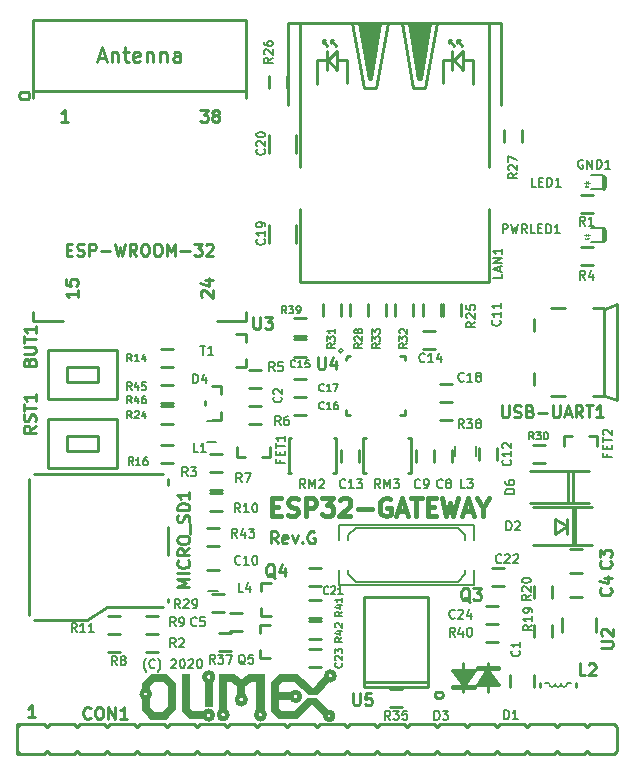
<source format=gbr>
G04 #@! TF.GenerationSoftware,KiCad,Pcbnew,5.1.5-52549c5~84~ubuntu18.04.1*
G04 #@! TF.CreationDate,2020-03-20T11:34:14+02:00*
G04 #@! TF.ProjectId,ESP32-GATEWAY_Rev_G,45535033-322d-4474-9154-455741595f52,G*
G04 #@! TF.SameCoordinates,Original*
G04 #@! TF.FileFunction,Legend,Top*
G04 #@! TF.FilePolarity,Positive*
%FSLAX46Y46*%
G04 Gerber Fmt 4.6, Leading zero omitted, Abs format (unit mm)*
G04 Created by KiCad (PCBNEW 5.1.5-52549c5~84~ubuntu18.04.1) date 2020-03-20 11:34:14*
%MOMM*%
%LPD*%
G04 APERTURE LIST*
%ADD10C,0.381000*%
%ADD11C,0.254000*%
%ADD12C,0.190500*%
%ADD13C,0.400000*%
%ADD14C,0.700000*%
%ADD15C,0.500000*%
%ADD16C,0.100000*%
%ADD17C,0.127000*%
%ADD18C,0.050000*%
%ADD19C,0.200000*%
%ADD20C,0.150000*%
%ADD21C,0.177800*%
%ADD22C,0.158750*%
G04 APERTURE END LIST*
D10*
X91258571Y-108349142D02*
X91766571Y-108349142D01*
X91984285Y-109147428D02*
X91258571Y-109147428D01*
X91258571Y-107623428D01*
X91984285Y-107623428D01*
X92564857Y-109074857D02*
X92782571Y-109147428D01*
X93145428Y-109147428D01*
X93290571Y-109074857D01*
X93363142Y-109002285D01*
X93435714Y-108857142D01*
X93435714Y-108712000D01*
X93363142Y-108566857D01*
X93290571Y-108494285D01*
X93145428Y-108421714D01*
X92855142Y-108349142D01*
X92710000Y-108276571D01*
X92637428Y-108204000D01*
X92564857Y-108058857D01*
X92564857Y-107913714D01*
X92637428Y-107768571D01*
X92710000Y-107696000D01*
X92855142Y-107623428D01*
X93218000Y-107623428D01*
X93435714Y-107696000D01*
X94088857Y-109147428D02*
X94088857Y-107623428D01*
X94669428Y-107623428D01*
X94814571Y-107696000D01*
X94887142Y-107768571D01*
X94959714Y-107913714D01*
X94959714Y-108131428D01*
X94887142Y-108276571D01*
X94814571Y-108349142D01*
X94669428Y-108421714D01*
X94088857Y-108421714D01*
X95467714Y-107623428D02*
X96411142Y-107623428D01*
X95903142Y-108204000D01*
X96120857Y-108204000D01*
X96266000Y-108276571D01*
X96338571Y-108349142D01*
X96411142Y-108494285D01*
X96411142Y-108857142D01*
X96338571Y-109002285D01*
X96266000Y-109074857D01*
X96120857Y-109147428D01*
X95685428Y-109147428D01*
X95540285Y-109074857D01*
X95467714Y-109002285D01*
X96991714Y-107768571D02*
X97064285Y-107696000D01*
X97209428Y-107623428D01*
X97572285Y-107623428D01*
X97717428Y-107696000D01*
X97790000Y-107768571D01*
X97862571Y-107913714D01*
X97862571Y-108058857D01*
X97790000Y-108276571D01*
X96919142Y-109147428D01*
X97862571Y-109147428D01*
X98515714Y-108566857D02*
X99676857Y-108566857D01*
X101200857Y-107696000D02*
X101055714Y-107623428D01*
X100838000Y-107623428D01*
X100620285Y-107696000D01*
X100475142Y-107841142D01*
X100402571Y-107986285D01*
X100330000Y-108276571D01*
X100330000Y-108494285D01*
X100402571Y-108784571D01*
X100475142Y-108929714D01*
X100620285Y-109074857D01*
X100838000Y-109147428D01*
X100983142Y-109147428D01*
X101200857Y-109074857D01*
X101273428Y-109002285D01*
X101273428Y-108494285D01*
X100983142Y-108494285D01*
X101854000Y-108712000D02*
X102579714Y-108712000D01*
X101708857Y-109147428D02*
X102216857Y-107623428D01*
X102724857Y-109147428D01*
X103015142Y-107623428D02*
X103886000Y-107623428D01*
X103450571Y-109147428D02*
X103450571Y-107623428D01*
X104394000Y-108349142D02*
X104902000Y-108349142D01*
X105119714Y-109147428D02*
X104394000Y-109147428D01*
X104394000Y-107623428D01*
X105119714Y-107623428D01*
X105627714Y-107623428D02*
X105990571Y-109147428D01*
X106280857Y-108058857D01*
X106571142Y-109147428D01*
X106934000Y-107623428D01*
X107442000Y-108712000D02*
X108167714Y-108712000D01*
X107296857Y-109147428D02*
X107804857Y-107623428D01*
X108312857Y-109147428D01*
X109111142Y-108421714D02*
X109111142Y-109147428D01*
X108603142Y-107623428D02*
X109111142Y-108421714D01*
X109619142Y-107623428D01*
D11*
X71156285Y-126189619D02*
X70575714Y-126189619D01*
X70866000Y-126189619D02*
X70866000Y-125173619D01*
X70769238Y-125318761D01*
X70672476Y-125415523D01*
X70575714Y-125463904D01*
X91706095Y-111457619D02*
X91367428Y-110973809D01*
X91125523Y-111457619D02*
X91125523Y-110441619D01*
X91512571Y-110441619D01*
X91609333Y-110490000D01*
X91657714Y-110538380D01*
X91706095Y-110635142D01*
X91706095Y-110780285D01*
X91657714Y-110877047D01*
X91609333Y-110925428D01*
X91512571Y-110973809D01*
X91125523Y-110973809D01*
X92528571Y-111409238D02*
X92431809Y-111457619D01*
X92238285Y-111457619D01*
X92141523Y-111409238D01*
X92093142Y-111312476D01*
X92093142Y-110925428D01*
X92141523Y-110828666D01*
X92238285Y-110780285D01*
X92431809Y-110780285D01*
X92528571Y-110828666D01*
X92576952Y-110925428D01*
X92576952Y-111022190D01*
X92093142Y-111118952D01*
X92915619Y-110780285D02*
X93157523Y-111457619D01*
X93399428Y-110780285D01*
X93786476Y-111360857D02*
X93834857Y-111409238D01*
X93786476Y-111457619D01*
X93738095Y-111409238D01*
X93786476Y-111360857D01*
X93786476Y-111457619D01*
X94802476Y-110490000D02*
X94705714Y-110441619D01*
X94560571Y-110441619D01*
X94415428Y-110490000D01*
X94318666Y-110586761D01*
X94270285Y-110683523D01*
X94221904Y-110877047D01*
X94221904Y-111022190D01*
X94270285Y-111215714D01*
X94318666Y-111312476D01*
X94415428Y-111409238D01*
X94560571Y-111457619D01*
X94657333Y-111457619D01*
X94802476Y-111409238D01*
X94850857Y-111360857D01*
X94850857Y-111022190D01*
X94657333Y-111022190D01*
D12*
X80572428Y-122301000D02*
X80536142Y-122264714D01*
X80463571Y-122155857D01*
X80427285Y-122083285D01*
X80391000Y-121974428D01*
X80354714Y-121793000D01*
X80354714Y-121647857D01*
X80391000Y-121466428D01*
X80427285Y-121357571D01*
X80463571Y-121285000D01*
X80536142Y-121176142D01*
X80572428Y-121139857D01*
X81298142Y-121938142D02*
X81261857Y-121974428D01*
X81153000Y-122010714D01*
X81080428Y-122010714D01*
X80971571Y-121974428D01*
X80899000Y-121901857D01*
X80862714Y-121829285D01*
X80826428Y-121684142D01*
X80826428Y-121575285D01*
X80862714Y-121430142D01*
X80899000Y-121357571D01*
X80971571Y-121285000D01*
X81080428Y-121248714D01*
X81153000Y-121248714D01*
X81261857Y-121285000D01*
X81298142Y-121321285D01*
X81552142Y-122301000D02*
X81588428Y-122264714D01*
X81661000Y-122155857D01*
X81697285Y-122083285D01*
X81733571Y-121974428D01*
X81769857Y-121793000D01*
X81769857Y-121647857D01*
X81733571Y-121466428D01*
X81697285Y-121357571D01*
X81661000Y-121285000D01*
X81588428Y-121176142D01*
X81552142Y-121139857D01*
X82677000Y-121321285D02*
X82713285Y-121285000D01*
X82785857Y-121248714D01*
X82967285Y-121248714D01*
X83039857Y-121285000D01*
X83076142Y-121321285D01*
X83112428Y-121393857D01*
X83112428Y-121466428D01*
X83076142Y-121575285D01*
X82640714Y-122010714D01*
X83112428Y-122010714D01*
X83584142Y-121248714D02*
X83656714Y-121248714D01*
X83729285Y-121285000D01*
X83765571Y-121321285D01*
X83801857Y-121393857D01*
X83838142Y-121539000D01*
X83838142Y-121720428D01*
X83801857Y-121865571D01*
X83765571Y-121938142D01*
X83729285Y-121974428D01*
X83656714Y-122010714D01*
X83584142Y-122010714D01*
X83511571Y-121974428D01*
X83475285Y-121938142D01*
X83439000Y-121865571D01*
X83402714Y-121720428D01*
X83402714Y-121539000D01*
X83439000Y-121393857D01*
X83475285Y-121321285D01*
X83511571Y-121285000D01*
X83584142Y-121248714D01*
X84128428Y-121321285D02*
X84164714Y-121285000D01*
X84237285Y-121248714D01*
X84418714Y-121248714D01*
X84491285Y-121285000D01*
X84527571Y-121321285D01*
X84563857Y-121393857D01*
X84563857Y-121466428D01*
X84527571Y-121575285D01*
X84092142Y-122010714D01*
X84563857Y-122010714D01*
X85035571Y-121248714D02*
X85108142Y-121248714D01*
X85180714Y-121285000D01*
X85217000Y-121321285D01*
X85253285Y-121393857D01*
X85289571Y-121539000D01*
X85289571Y-121720428D01*
X85253285Y-121865571D01*
X85217000Y-121938142D01*
X85180714Y-121974428D01*
X85108142Y-122010714D01*
X85035571Y-122010714D01*
X84963000Y-121974428D01*
X84926714Y-121938142D01*
X84890428Y-121865571D01*
X84854142Y-121720428D01*
X84854142Y-121539000D01*
X84890428Y-121393857D01*
X84926714Y-121321285D01*
X84963000Y-121285000D01*
X85035571Y-121248714D01*
D11*
X87122000Y-117221000D02*
X86106000Y-117221000D01*
X87122000Y-115697000D02*
X86106000Y-115697000D01*
X87160000Y-92633000D02*
X86560000Y-92633000D01*
X72860000Y-92633000D02*
X73510000Y-92633000D01*
X71010000Y-67133000D02*
X71010000Y-73753000D01*
X89010000Y-92633000D02*
X89010000Y-91883000D01*
X89010000Y-92633000D02*
X86560000Y-92633000D01*
X71010000Y-92633000D02*
X73510000Y-92633000D01*
X71010000Y-92633000D02*
X71010000Y-91883000D01*
X89010000Y-67133000D02*
X89010000Y-73753000D01*
X71010000Y-73133000D02*
X89010000Y-73133000D01*
X71010000Y-67133000D02*
X89010000Y-67133000D01*
X98600260Y-67360800D02*
X100401120Y-67360800D01*
X99400360Y-72161400D02*
X98600260Y-67360800D01*
X99601020Y-72161400D02*
X99400360Y-72161400D01*
X100401120Y-67360800D02*
X99601020Y-72161400D01*
X102798880Y-67360800D02*
X104599740Y-67360800D01*
X103598980Y-72161400D02*
X102798880Y-67360800D01*
X103799640Y-72161400D02*
X103598980Y-72161400D01*
X104599740Y-67360800D02*
X103799640Y-72161400D01*
X110600000Y-67359000D02*
X110600000Y-74359000D01*
X109600000Y-67359000D02*
X110600000Y-67359000D01*
X92600000Y-67359000D02*
X92600000Y-74359000D01*
X93600000Y-67359000D02*
X92600000Y-67359000D01*
X99001580Y-72859900D02*
X98000820Y-67360800D01*
X100002340Y-72859900D02*
X99001580Y-72859900D01*
X101000560Y-67360800D02*
X100002340Y-72859900D01*
X103197660Y-72859900D02*
X102199440Y-67360800D01*
X104198420Y-72859900D02*
X103197660Y-72859900D01*
X105199180Y-67360800D02*
X104198420Y-72859900D01*
X95501460Y-68859400D02*
X95501460Y-69060060D01*
X95501460Y-68859400D02*
X95702120Y-68859400D01*
X95900240Y-69359780D02*
X95501460Y-68859400D01*
X96202500Y-68859400D02*
X96202500Y-69060060D01*
X96202500Y-68859400D02*
X96400620Y-68859400D01*
X96601280Y-69359780D02*
X96202500Y-68859400D01*
X97533460Y-70561200D02*
X97533460Y-72499220D01*
X96832420Y-70561200D02*
X97533460Y-70561200D01*
X95834200Y-69761100D02*
X95834200Y-71361300D01*
X95933260Y-70561200D02*
X96733360Y-71361300D01*
X96733360Y-69761100D02*
X95933260Y-70561200D01*
X96733360Y-69761100D02*
X96733360Y-71361300D01*
X95034100Y-70561200D02*
X95732600Y-70561200D01*
X95034100Y-72588120D02*
X95034100Y-70561200D01*
X106199940Y-68859400D02*
X106199940Y-69060060D01*
X106199940Y-68859400D02*
X106398060Y-68859400D01*
X106598720Y-69359780D02*
X106199940Y-68859400D01*
X106898440Y-68859400D02*
X106898440Y-69060060D01*
X106898440Y-68859400D02*
X107099100Y-68859400D01*
X107299760Y-69359780D02*
X106898440Y-68859400D01*
X105700000Y-70559000D02*
X105700000Y-72459000D01*
X106398060Y-70561200D02*
X105699560Y-70561200D01*
X106499660Y-71361300D02*
X106499660Y-69761100D01*
X106598720Y-70561200D02*
X107398820Y-69761100D01*
X107398820Y-71361300D02*
X106598720Y-70561200D01*
X107400000Y-71359000D02*
X107400000Y-69759000D01*
X108200000Y-70559000D02*
X107500000Y-70559000D01*
X108200000Y-72559000D02*
X108200000Y-70559000D01*
X109600000Y-83109000D02*
X109600000Y-89359000D01*
X109600000Y-67359000D02*
X109600000Y-79609000D01*
X93600000Y-67359000D02*
X109600000Y-67359000D01*
X93600000Y-79609000D02*
X93600000Y-67359000D01*
X93600000Y-89359000D02*
X93600000Y-83109000D01*
X109600000Y-89359000D02*
X93600000Y-89359000D01*
X103700000Y-72159000D02*
X103050000Y-67369000D01*
X103710000Y-72009000D02*
X104360000Y-67379000D01*
X103720000Y-71399000D02*
X103160000Y-67369000D01*
X103710000Y-71109000D02*
X104120000Y-67379000D01*
X103730000Y-70589000D02*
X103370000Y-67379000D01*
X103680000Y-69879000D02*
X103870000Y-67369000D01*
X103770000Y-68999000D02*
X103570000Y-67359000D01*
X103600000Y-68229000D02*
X103740000Y-67419000D01*
X99510000Y-71969000D02*
X98790000Y-67369000D01*
X99500000Y-71799000D02*
X100170000Y-67379000D01*
X99510000Y-71219000D02*
X98990000Y-67489000D01*
X99450000Y-70749000D02*
X99930000Y-67389000D01*
X99580000Y-69999000D02*
X99180000Y-67429000D01*
X99550000Y-69579000D02*
X99700000Y-67399000D01*
X99620000Y-68969000D02*
X99340000Y-67389000D01*
X99510000Y-68259000D02*
X99510000Y-67389000D01*
X77284580Y-116852700D02*
X75577700Y-117944900D01*
X70609460Y-106027220D02*
X70609460Y-117513100D01*
X71038720Y-105585260D02*
X81975960Y-105585260D01*
X71038720Y-117944900D02*
X75557380Y-117944900D01*
X82405220Y-116123720D02*
X82405220Y-116423440D01*
X82405220Y-110025180D02*
X82405220Y-112473740D01*
X82405220Y-106017060D02*
X82405220Y-106486960D01*
X81975960Y-116852700D02*
X77284580Y-116852700D01*
D13*
X80868147Y-124206000D02*
G75*
G03X80868147Y-124206000I-337447J0D01*
G01*
D14*
X80518000Y-123431300D02*
X81026000Y-122923300D01*
X82118200Y-122847100D02*
X82753200Y-123456700D01*
X82727800Y-125412500D02*
X82169000Y-125996700D01*
X84353400Y-126009400D02*
X83896200Y-125552200D01*
X85339200Y-126009400D02*
X84353400Y-126009400D01*
D13*
X86218324Y-125984000D02*
G75*
G03X86218324Y-125984000I-366324J0D01*
G01*
D14*
X85852000Y-123291600D02*
X85852000Y-124891800D01*
D13*
X86238218Y-122758200D02*
G75*
G03X86238218Y-122758200I-373518J0D01*
G01*
X87443559Y-125958600D02*
G75*
G03X87443559Y-125958600I-359659J0D01*
G01*
D14*
X87071200Y-125450600D02*
X87071200Y-122859800D01*
X87071200Y-122859800D02*
X87909400Y-122859800D01*
X87909400Y-122859800D02*
X88519000Y-123367800D01*
X88620600Y-124155200D02*
X88620600Y-123444000D01*
X88696800Y-123367800D02*
X89331800Y-122859800D01*
D13*
X88991518Y-124688600D02*
G75*
G03X88991518Y-124688600I-370918J0D01*
G01*
D14*
X89331800Y-122859800D02*
X90220800Y-122859800D01*
D13*
X90596729Y-125971300D02*
G75*
G03X90596729Y-125971300I-363229J0D01*
G01*
X96392266Y-126060200D02*
G75*
G03X96392266Y-126060200I-329466J0D01*
G01*
D14*
X95732600Y-125704600D02*
X94894400Y-124891800D01*
D15*
X94386400Y-124790200D02*
X94919800Y-124790200D01*
D14*
X93243400Y-126009400D02*
X94386400Y-124891800D01*
X91922600Y-126009400D02*
X93243400Y-126009400D01*
X91490800Y-125577600D02*
X91922600Y-126009400D01*
X91490800Y-123342400D02*
X91490800Y-125577600D01*
X91490800Y-123317000D02*
X91973400Y-122809000D01*
X92021500Y-122834400D02*
X93243400Y-122834400D01*
X93243400Y-122834400D02*
X94335600Y-123901200D01*
D15*
X94361000Y-124015500D02*
X94919800Y-124015500D01*
D14*
X95783400Y-123024900D02*
X94919800Y-123918600D01*
D13*
X96511135Y-122669300D02*
G75*
G03X96511135Y-122669300I-359435J0D01*
G01*
D14*
X92710000Y-124409200D02*
X91490800Y-124409200D01*
D13*
X93577659Y-124409200D02*
G75*
G03X93577659Y-124409200I-359659J0D01*
G01*
D14*
X81089500Y-126022100D02*
X82130900Y-126022100D01*
X80530700Y-125463300D02*
X80530700Y-124701300D01*
X80518000Y-125450600D02*
X81102200Y-126022100D01*
X80518000Y-123482100D02*
X80518000Y-123723400D01*
X82740500Y-123444000D02*
X82740500Y-125374400D01*
X82118200Y-122834400D02*
X81114900Y-122834400D01*
X90233500Y-122847100D02*
X90233500Y-125450600D01*
X83896200Y-125564900D02*
X83896200Y-122834400D01*
D16*
X83896200Y-122491500D02*
X83616800Y-122491500D01*
X83591400Y-122491500D02*
X83591400Y-125641100D01*
X83604100Y-122491500D02*
X83591400Y-122491500D01*
X83616800Y-122491500D02*
X83604100Y-122491500D01*
X83731100Y-122580400D02*
X83667600Y-122567700D01*
X84213700Y-122491500D02*
X84213700Y-125526800D01*
X83908900Y-122491500D02*
X84213700Y-122491500D01*
X84035900Y-122567700D02*
X84150200Y-122567700D01*
X85534500Y-123177300D02*
X85534500Y-125196600D01*
X86169500Y-125196600D02*
X86169500Y-123177300D01*
X86144100Y-125196600D02*
X86169500Y-125196600D01*
X85534500Y-125196600D02*
X86144100Y-125196600D01*
X85674200Y-125133100D02*
X85610700Y-125133100D01*
X86017100Y-125133100D02*
X86106000Y-125133100D01*
X86753700Y-125539500D02*
X86753700Y-122555000D01*
X87998300Y-122542300D02*
X88582500Y-123024900D01*
X86753700Y-122542300D02*
X87998300Y-122542300D01*
X86906100Y-122605800D02*
X86829900Y-122605800D01*
X90563700Y-125564900D02*
X90563700Y-122555000D01*
X89242900Y-122542300D02*
X88620600Y-123037600D01*
X89268300Y-122542300D02*
X89242900Y-122542300D01*
X90563700Y-122542300D02*
X89268300Y-122542300D01*
X90563700Y-122555000D02*
X90563700Y-122542300D01*
X90411300Y-122618500D02*
X90512900Y-122618500D01*
X93357700Y-122504200D02*
X94615000Y-123748800D01*
X93306900Y-122504200D02*
X93357700Y-122504200D01*
X91935300Y-122504200D02*
X93306900Y-122504200D01*
D11*
X90297000Y-98298000D02*
X89281000Y-98298000D01*
X90297000Y-96774000D02*
X89281000Y-96774000D01*
D17*
X85674200Y-101092000D02*
X86512400Y-101092000D01*
X85674200Y-102870000D02*
X86512400Y-102870000D01*
D11*
X89280999Y-98298000D02*
X90296999Y-98298000D01*
X89280999Y-99822000D02*
X90296999Y-99822000D01*
X89027000Y-96545400D02*
X89027000Y-95834200D01*
X88188800Y-96545400D02*
X89027000Y-96545400D01*
X88188800Y-93700600D02*
X89027000Y-93700600D01*
X89027000Y-94411800D02*
X89027000Y-93700600D01*
X89280999Y-99822000D02*
X90296999Y-99822000D01*
X89280999Y-101346000D02*
X90296999Y-101346000D01*
X88239600Y-104140000D02*
X88950800Y-104140000D01*
X88239600Y-103301800D02*
X88239600Y-104140000D01*
X91084400Y-103301800D02*
X91084400Y-104140000D01*
X90373200Y-104140000D02*
X91084400Y-104140000D01*
D13*
X116774000Y-111457000D02*
X116774000Y-108457000D01*
D11*
X118323360Y-111584740D02*
X113324640Y-111584740D01*
X113324640Y-108379260D02*
X118323360Y-108379260D01*
X115189000Y-109347000D02*
X115189000Y-110617000D01*
X115189000Y-110617000D02*
X116205000Y-109982000D01*
X115189000Y-109347000D02*
X116205000Y-109982000D01*
X116205000Y-109347000D02*
X116205000Y-110617000D01*
X86995000Y-105410000D02*
X85979000Y-105410000D01*
X86995000Y-103886000D02*
X85979000Y-103886000D01*
X81534000Y-120650000D02*
X80518000Y-120650000D01*
X81534000Y-119126000D02*
X80518000Y-119126000D01*
X117348000Y-81915000D02*
X118364000Y-81915000D01*
X117348000Y-83439000D02*
X118364000Y-83439000D01*
D17*
X119253000Y-81483200D02*
X118237000Y-81483200D01*
X118237000Y-80264000D02*
X119253000Y-80264000D01*
D16*
X117596000Y-80899000D02*
X118116000Y-80899000D01*
X117766000Y-80789000D02*
X117766000Y-81009000D01*
X117766000Y-80789000D02*
X117876000Y-80889000D01*
X117766000Y-81009000D02*
X117866000Y-80909000D01*
X117956000Y-80789000D02*
X117956000Y-81009000D01*
D18*
X118033800Y-81144600D02*
X117903800Y-81254600D01*
X117902200Y-81253600D02*
X117982200Y-81243600D01*
X117902200Y-81253600D02*
X117902200Y-81173600D01*
X117686800Y-81253600D02*
X117686800Y-81173600D01*
X117686800Y-81253600D02*
X117766800Y-81243600D01*
X117826800Y-81123600D02*
X117696800Y-81233600D01*
D11*
X119265700Y-80327500D02*
X119418100Y-80454500D01*
X119265700Y-81419700D02*
X119405400Y-81292700D01*
X119418100Y-80454500D02*
X119418100Y-81280000D01*
X119253000Y-81381600D02*
X119253000Y-80340200D01*
X69596000Y-126746000D02*
X69596000Y-129286000D01*
X74676000Y-129032000D02*
X74930000Y-129286000D01*
X74422000Y-129286000D02*
X74676000Y-129032000D01*
X71882000Y-129286000D02*
X70104000Y-129286000D01*
X72136000Y-129032000D02*
X71882000Y-129286000D01*
X72390000Y-129286000D02*
X72136000Y-129032000D01*
X74422000Y-129286000D02*
X72390000Y-129286000D01*
X70104000Y-129286000D02*
X69596000Y-129286000D01*
X69850000Y-129286000D02*
X69596000Y-129032000D01*
X69596000Y-127000000D02*
X69850000Y-126746000D01*
X76962000Y-129286000D02*
X74930000Y-129286000D01*
X77216000Y-129032000D02*
X76962000Y-129286000D01*
X80010000Y-129286000D02*
X79756000Y-129032000D01*
X79502000Y-129286000D02*
X77470000Y-129286000D01*
X79756000Y-129032000D02*
X79502000Y-129286000D01*
X79502000Y-126746000D02*
X79756000Y-127000000D01*
X77470000Y-126746000D02*
X79502000Y-126746000D01*
X77216000Y-127000000D02*
X77470000Y-126746000D01*
X76962000Y-126746000D02*
X77216000Y-127000000D01*
X74930000Y-126746000D02*
X76962000Y-126746000D01*
X74676000Y-127000000D02*
X74930000Y-126746000D01*
X74422000Y-126746000D02*
X74676000Y-127000000D01*
X72390000Y-126746000D02*
X74422000Y-126746000D01*
X72136000Y-127000000D02*
X72390000Y-126746000D01*
X71882000Y-126746000D02*
X72136000Y-127000000D01*
X69850000Y-126746000D02*
X71882000Y-126746000D01*
X69596000Y-126746000D02*
X69850000Y-126746000D01*
X79756000Y-127000000D02*
X80010000Y-126746000D01*
X80010000Y-126746000D02*
X82042000Y-126746000D01*
X84582000Y-126746000D02*
X84836000Y-127000000D01*
X82042000Y-129286000D02*
X80010000Y-129286000D01*
X77470000Y-129286000D02*
X77216000Y-129032000D01*
X84836000Y-129032000D02*
X84582000Y-129286000D01*
X82550000Y-126746000D02*
X84582000Y-126746000D01*
X82296000Y-127000000D02*
X82550000Y-126746000D01*
X84582000Y-129286000D02*
X82550000Y-129286000D01*
X82296000Y-129032000D02*
X82042000Y-129286000D01*
X82550000Y-129286000D02*
X82296000Y-129032000D01*
X82042000Y-126746000D02*
X82296000Y-127000000D01*
X84582000Y-126746000D02*
X84836000Y-127000000D01*
X84836000Y-129032000D02*
X84582000Y-129286000D01*
X84582000Y-129286000D02*
X82550000Y-129286000D01*
X82550000Y-126746000D02*
X84582000Y-126746000D01*
X82296000Y-127000000D02*
X82550000Y-126746000D01*
X82550000Y-129286000D02*
X82296000Y-129032000D01*
X87630000Y-129286000D02*
X87376000Y-129032000D01*
X87376000Y-127000000D02*
X87630000Y-126746000D01*
X87630000Y-126746000D02*
X89662000Y-126746000D01*
X89662000Y-129286000D02*
X87630000Y-129286000D01*
X89916000Y-129032000D02*
X89662000Y-129286000D01*
X89662000Y-126746000D02*
X89916000Y-127000000D01*
X87122000Y-126746000D02*
X87376000Y-127000000D01*
X87630000Y-129286000D02*
X87376000Y-129032000D01*
X87376000Y-129032000D02*
X87122000Y-129286000D01*
X89662000Y-129286000D02*
X87630000Y-129286000D01*
X87376000Y-127000000D02*
X87630000Y-126746000D01*
X87630000Y-126746000D02*
X89662000Y-126746000D01*
X89916000Y-129032000D02*
X89662000Y-129286000D01*
X87122000Y-129286000D02*
X85090000Y-129286000D01*
X89662000Y-126746000D02*
X89916000Y-127000000D01*
X85090000Y-126746000D02*
X87122000Y-126746000D01*
X84836000Y-127000000D02*
X85090000Y-126746000D01*
X85090000Y-129286000D02*
X84836000Y-129032000D01*
X90170000Y-129286000D02*
X89916000Y-129032000D01*
X89916000Y-127000000D02*
X90170000Y-126746000D01*
X90170000Y-126746000D02*
X92202000Y-126746000D01*
X94742000Y-126746000D02*
X94996000Y-127000000D01*
X92202000Y-129286000D02*
X90170000Y-129286000D01*
X94996000Y-129032000D02*
X94742000Y-129286000D01*
X92710000Y-126746000D02*
X94742000Y-126746000D01*
X92456000Y-127000000D02*
X92710000Y-126746000D01*
X94742000Y-129286000D02*
X92710000Y-129286000D01*
X92456000Y-129032000D02*
X92202000Y-129286000D01*
X92710000Y-129286000D02*
X92456000Y-129032000D01*
X92202000Y-126746000D02*
X92456000Y-127000000D01*
X94742000Y-126746000D02*
X94996000Y-127000000D01*
X94996000Y-129032000D02*
X94742000Y-129286000D01*
X94742000Y-129286000D02*
X92710000Y-129286000D01*
X92710000Y-126746000D02*
X94742000Y-126746000D01*
X92456000Y-127000000D02*
X92710000Y-126746000D01*
X92710000Y-129286000D02*
X92456000Y-129032000D01*
X97790000Y-129286000D02*
X97536000Y-129032000D01*
X97536000Y-127000000D02*
X97790000Y-126746000D01*
X97790000Y-126746000D02*
X99822000Y-126746000D01*
X99822000Y-129286000D02*
X97790000Y-129286000D01*
X100076000Y-129032000D02*
X99822000Y-129286000D01*
X99822000Y-126746000D02*
X100076000Y-127000000D01*
X97282000Y-126746000D02*
X97536000Y-127000000D01*
X97790000Y-129286000D02*
X97536000Y-129032000D01*
X97536000Y-129032000D02*
X97282000Y-129286000D01*
X99822000Y-129286000D02*
X97790000Y-129286000D01*
X97536000Y-127000000D02*
X97790000Y-126746000D01*
X97790000Y-126746000D02*
X99822000Y-126746000D01*
X100076000Y-129032000D02*
X99822000Y-129286000D01*
X97282000Y-129286000D02*
X95250000Y-129286000D01*
X99822000Y-126746000D02*
X100076000Y-127000000D01*
X95250000Y-126746000D02*
X97282000Y-126746000D01*
X94996000Y-127000000D02*
X95250000Y-126746000D01*
X95250000Y-129286000D02*
X94996000Y-129032000D01*
X100330000Y-129286000D02*
X100076000Y-129032000D01*
X100076000Y-127000000D02*
X100330000Y-126746000D01*
X100330000Y-126746000D02*
X102362000Y-126746000D01*
X104902000Y-126746000D02*
X105156000Y-127000000D01*
X102362000Y-129286000D02*
X100330000Y-129286000D01*
X105156000Y-129032000D02*
X104902000Y-129286000D01*
X102870000Y-126746000D02*
X104902000Y-126746000D01*
X102616000Y-127000000D02*
X102870000Y-126746000D01*
X104902000Y-129286000D02*
X102870000Y-129286000D01*
X102616000Y-129032000D02*
X102362000Y-129286000D01*
X102870000Y-129286000D02*
X102616000Y-129032000D01*
X102362000Y-126746000D02*
X102616000Y-127000000D01*
X104902000Y-126746000D02*
X105156000Y-127000000D01*
X105156000Y-129032000D02*
X104902000Y-129286000D01*
X104902000Y-129286000D02*
X102870000Y-129286000D01*
X102870000Y-126746000D02*
X104902000Y-126746000D01*
X102616000Y-127000000D02*
X102870000Y-126746000D01*
X102870000Y-129286000D02*
X102616000Y-129032000D01*
X107950000Y-129286000D02*
X107696000Y-129032000D01*
X107696000Y-127000000D02*
X107950000Y-126746000D01*
X107950000Y-126746000D02*
X109982000Y-126746000D01*
X109982000Y-129286000D02*
X107950000Y-129286000D01*
X110236000Y-129032000D02*
X109982000Y-129286000D01*
X109982000Y-126746000D02*
X110236000Y-127000000D01*
X107442000Y-126746000D02*
X107696000Y-127000000D01*
X107950000Y-129286000D02*
X107696000Y-129032000D01*
X107696000Y-129032000D02*
X107442000Y-129286000D01*
X109982000Y-129286000D02*
X107950000Y-129286000D01*
X107696000Y-127000000D02*
X107950000Y-126746000D01*
X107950000Y-126746000D02*
X109982000Y-126746000D01*
X110236000Y-129032000D02*
X109982000Y-129286000D01*
X107442000Y-129286000D02*
X105410000Y-129286000D01*
X109982000Y-126746000D02*
X110236000Y-127000000D01*
X105410000Y-126746000D02*
X107442000Y-126746000D01*
X105156000Y-127000000D02*
X105410000Y-126746000D01*
X105410000Y-129286000D02*
X105156000Y-129032000D01*
X115570000Y-129286000D02*
X115316000Y-129032000D01*
X115316000Y-127000000D02*
X115570000Y-126746000D01*
X115570000Y-126746000D02*
X117602000Y-126746000D01*
X120142000Y-126746000D02*
X120396000Y-127000000D01*
X117602000Y-129286000D02*
X115570000Y-129286000D01*
X120396000Y-129032000D02*
X120142000Y-129286000D01*
X120396000Y-127000000D02*
X120396000Y-129032000D01*
X118110000Y-126746000D02*
X120142000Y-126746000D01*
X117856000Y-127000000D02*
X118110000Y-126746000D01*
X120142000Y-129286000D02*
X118110000Y-129286000D01*
X117856000Y-129032000D02*
X117602000Y-129286000D01*
X118110000Y-129286000D02*
X117856000Y-129032000D01*
X117602000Y-126746000D02*
X117856000Y-127000000D01*
X120142000Y-126746000D02*
X120396000Y-127000000D01*
X120396000Y-129032000D02*
X120142000Y-129286000D01*
X120142000Y-129286000D02*
X118110000Y-129286000D01*
X118110000Y-126746000D02*
X120142000Y-126746000D01*
X117856000Y-127000000D02*
X118110000Y-126746000D01*
X118110000Y-129286000D02*
X117856000Y-129032000D01*
X113030000Y-129286000D02*
X112776000Y-129032000D01*
X112776000Y-127000000D02*
X113030000Y-126746000D01*
X113030000Y-126746000D02*
X115062000Y-126746000D01*
X115062000Y-129286000D02*
X113030000Y-129286000D01*
X115316000Y-129032000D02*
X115062000Y-129286000D01*
X115062000Y-126746000D02*
X115316000Y-127000000D01*
X112522000Y-126746000D02*
X112776000Y-127000000D01*
X113030000Y-129286000D02*
X112776000Y-129032000D01*
X112776000Y-129032000D02*
X112522000Y-129286000D01*
X115062000Y-129286000D02*
X113030000Y-129286000D01*
X112776000Y-127000000D02*
X113030000Y-126746000D01*
X113030000Y-126746000D02*
X115062000Y-126746000D01*
X115316000Y-129032000D02*
X115062000Y-129286000D01*
X112522000Y-129286000D02*
X110490000Y-129286000D01*
X115062000Y-126746000D02*
X115316000Y-127000000D01*
X110490000Y-126746000D02*
X112522000Y-126746000D01*
X110236000Y-127000000D02*
X110490000Y-126746000D01*
X110490000Y-129286000D02*
X110236000Y-129032000D01*
X120396000Y-99314000D02*
X119380000Y-98933000D01*
X120396000Y-91186000D02*
X119380000Y-91567000D01*
X114867000Y-91550000D02*
X116067000Y-91550000D01*
X119367000Y-98950000D02*
X118367000Y-98950000D01*
X120467000Y-91186000D02*
X120467000Y-99314000D01*
X118367000Y-91550000D02*
X119367000Y-91550000D01*
X113367000Y-92450000D02*
X113367000Y-93450000D01*
X113367000Y-97050000D02*
X113367000Y-98050000D01*
X114867000Y-98950000D02*
X116067000Y-98950000D01*
X119367000Y-91550000D02*
X119367000Y-98950000D01*
X87757000Y-120523000D02*
X86741000Y-120523000D01*
X87757000Y-118999000D02*
X86741000Y-118999000D01*
X117475000Y-115951000D02*
X116459000Y-115951000D01*
X117475000Y-113919000D02*
X116459000Y-113919000D01*
X117475000Y-113919000D02*
X116459000Y-113919000D01*
X117475000Y-111887000D02*
X116459000Y-111887000D01*
X113411000Y-116078000D02*
X113411000Y-115062000D01*
X114935000Y-116078000D02*
X114935000Y-115062000D01*
X114935000Y-118364000D02*
X114935000Y-119380000D01*
X113411000Y-118364000D02*
X113411000Y-119380000D01*
X118364000Y-87884000D02*
X117348000Y-87884000D01*
X118364000Y-86360000D02*
X117348000Y-86360000D01*
X81788000Y-98044000D02*
X82804000Y-98044000D01*
X81788000Y-99568000D02*
X82804000Y-99568000D01*
X82804000Y-98044000D02*
X81788000Y-98044000D01*
X82804000Y-96520000D02*
X81788000Y-96520000D01*
X95377000Y-119507000D02*
X94361000Y-119507000D01*
X95377000Y-117983000D02*
X94361000Y-117983000D01*
X114300000Y-104648000D02*
X113284000Y-104648000D01*
X114300000Y-103124000D02*
X113284000Y-103124000D01*
X116260000Y-108030000D02*
X116260000Y-105330000D01*
X113070000Y-108030000D02*
X118070000Y-108030000D01*
X116700000Y-108030000D02*
X116700000Y-105330000D01*
X118070000Y-105330000D02*
X113070000Y-105330000D01*
X109347000Y-116713000D02*
X110363000Y-116713000D01*
X109347000Y-118237000D02*
X110363000Y-118237000D01*
X95377000Y-121920000D02*
X94361000Y-121920000D01*
X95377000Y-120396000D02*
X94361000Y-120396000D01*
X109855000Y-113538000D02*
X110871000Y-113538000D01*
X109855000Y-115062000D02*
X110871000Y-115062000D01*
X95377000Y-115062000D02*
X94361000Y-115062000D01*
X95377000Y-113538000D02*
X94361000Y-113538000D01*
X90932000Y-76835000D02*
X90932000Y-78359000D01*
X93218000Y-76835000D02*
X93218000Y-78359000D01*
X93218000Y-85979000D02*
X93218000Y-84455000D01*
X90932000Y-85979000D02*
X90932000Y-84455000D01*
X86741000Y-111633000D02*
X85725000Y-111633000D01*
X86741000Y-110109000D02*
X85725000Y-110109000D01*
X95377000Y-117729000D02*
X94361000Y-117729000D01*
X95377000Y-116205000D02*
X94361000Y-116205000D01*
X109347000Y-118237000D02*
X110363000Y-118237000D01*
X109347000Y-119761000D02*
X110363000Y-119761000D01*
X94107000Y-93853000D02*
X93091000Y-93853000D01*
X94107000Y-92329000D02*
X93091000Y-92329000D01*
X105410000Y-99441000D02*
X106426000Y-99441000D01*
X105410000Y-100965000D02*
X106426000Y-100965000D01*
X101219000Y-123761500D02*
X102235000Y-123761500D01*
X101219000Y-125285500D02*
X102235000Y-125285500D01*
X100838000Y-91186000D02*
X100838000Y-92202000D01*
X99314000Y-91186000D02*
X99314000Y-92202000D01*
X103124000Y-91186000D02*
X103124000Y-92202000D01*
X101600000Y-91186000D02*
X101600000Y-92202000D01*
X97028000Y-91186000D02*
X97028000Y-92202000D01*
X95504000Y-91186000D02*
X95504000Y-92202000D01*
X99314000Y-91186000D02*
X99314000Y-92202000D01*
X97790000Y-91186000D02*
X97790000Y-92202000D01*
X112395000Y-76454000D02*
X112395000Y-77470000D01*
X110871000Y-76454000D02*
X110871000Y-77470000D01*
X90932000Y-72898000D02*
X90932000Y-71882000D01*
X92456000Y-72898000D02*
X92456000Y-71882000D01*
X82804000Y-101346000D02*
X81788000Y-101346000D01*
X82804000Y-99822000D02*
X81788000Y-99822000D01*
X82804000Y-104648000D02*
X81788000Y-104648000D01*
X82804000Y-103124000D02*
X81788000Y-103124000D01*
X81788000Y-94996000D02*
X82804000Y-94996000D01*
X81788000Y-96520000D02*
X82804000Y-96520000D01*
D17*
X119253000Y-85928200D02*
X118237000Y-85928200D01*
X118237000Y-84709000D02*
X119253000Y-84709000D01*
D16*
X117596000Y-85344000D02*
X118116000Y-85344000D01*
X117766000Y-85234000D02*
X117766000Y-85454000D01*
X117766000Y-85234000D02*
X117876000Y-85334000D01*
X117766000Y-85454000D02*
X117866000Y-85354000D01*
X117956000Y-85234000D02*
X117956000Y-85454000D01*
D18*
X118033800Y-85589600D02*
X117903800Y-85699600D01*
X117902200Y-85698600D02*
X117982200Y-85688600D01*
X117902200Y-85698600D02*
X117902200Y-85618600D01*
X117686800Y-85698600D02*
X117686800Y-85618600D01*
X117686800Y-85698600D02*
X117766800Y-85688600D01*
X117826800Y-85568600D02*
X117696800Y-85678600D01*
D11*
X119265700Y-84772500D02*
X119418100Y-84899500D01*
X119265700Y-85864700D02*
X119405400Y-85737700D01*
X119418100Y-84899500D02*
X119418100Y-85725000D01*
X119253000Y-85826600D02*
X119253000Y-84785200D01*
X106426000Y-99441000D02*
X105410000Y-99441000D01*
X106426000Y-97917000D02*
X105410000Y-97917000D01*
X94107000Y-99060000D02*
X93091000Y-99060000D01*
X94107000Y-97536000D02*
X93091000Y-97536000D01*
X94107000Y-100584000D02*
X93091000Y-100584000D01*
X94107000Y-99060000D02*
X93091000Y-99060000D01*
X94107000Y-95631000D02*
X93091000Y-95631000D01*
X94107000Y-94107000D02*
X93091000Y-94107000D01*
X104013000Y-93472000D02*
X105029000Y-93472000D01*
X104013000Y-94996000D02*
X105029000Y-94996000D01*
X98552000Y-103505000D02*
X98552000Y-104521000D01*
X97028000Y-103505000D02*
X97028000Y-104521000D01*
X110236000Y-103378000D02*
X110236000Y-104394000D01*
X108712000Y-103378000D02*
X108712000Y-104394000D01*
X107188000Y-91186000D02*
X107188000Y-92202000D01*
X105664000Y-91186000D02*
X105664000Y-92202000D01*
X85725000Y-111633000D02*
X86741000Y-111633000D01*
X85725000Y-113665000D02*
X86741000Y-113665000D01*
X103378000Y-104521000D02*
X103378000Y-103505000D01*
X104902000Y-104521000D02*
X104902000Y-103505000D01*
X104902000Y-104521000D02*
X104902000Y-103505000D01*
X106426000Y-104521000D02*
X106426000Y-103505000D01*
X111379000Y-123571000D02*
X111379000Y-122555000D01*
X113411000Y-123571000D02*
X113411000Y-122555000D01*
D19*
X97226873Y-95145860D02*
G75*
G03X97226873Y-95145860I-176013J0D01*
G01*
D11*
X97850960Y-95544640D02*
X97624900Y-95544640D01*
X102448360Y-95544640D02*
X102047040Y-95544640D01*
X102448360Y-95945960D02*
X102448360Y-95544640D01*
X102448360Y-100543360D02*
X102448360Y-100142040D01*
X102047040Y-100543360D02*
X102448360Y-100543360D01*
X97449640Y-100543360D02*
X97850960Y-100543360D01*
X97449640Y-100142040D02*
X97449640Y-100543360D01*
X97449640Y-95719900D02*
X97449640Y-95945960D01*
X97624900Y-95544640D02*
X97449640Y-95719900D01*
X98996500Y-123190000D02*
X104457500Y-123190000D01*
X98996500Y-115951000D02*
X98996500Y-123571000D01*
X104457500Y-123571000D02*
X104457500Y-115951000D01*
X98996500Y-115951000D02*
X104457500Y-115951000D01*
X104457500Y-123571000D02*
X98996500Y-123571000D01*
D17*
X86664800Y-115443000D02*
X85826600Y-115443000D01*
X86664800Y-113665000D02*
X85826600Y-113665000D01*
D11*
X90170000Y-118338600D02*
X90170000Y-119049800D01*
X91008200Y-118338600D02*
X90170000Y-118338600D01*
X91008200Y-121183400D02*
X90170000Y-121183400D01*
X90170000Y-120472200D02*
X90170000Y-121183400D01*
X90297000Y-114782600D02*
X90297000Y-115493800D01*
X91135200Y-114782600D02*
X90297000Y-114782600D01*
X91135200Y-117627400D02*
X90297000Y-117627400D01*
X90297000Y-116916200D02*
X90297000Y-117627400D01*
X113943000Y-123244000D02*
X113943000Y-123644000D01*
X116943000Y-123244000D02*
X116943000Y-123644000D01*
D19*
X115693000Y-123344000D02*
G75*
G02X115193000Y-123344000I-250000J0D01*
G01*
X116193000Y-123344000D02*
G75*
G02X115693000Y-123344000I-250000J0D01*
G01*
X115193000Y-123344000D02*
G75*
G02X114693000Y-123344000I-250000J0D01*
G01*
X116193000Y-123294000D02*
X116543000Y-123294000D01*
X114693000Y-123294000D02*
X114343000Y-123294000D01*
D11*
X118618000Y-117805200D02*
X118618000Y-118935500D01*
X115811300Y-117805200D02*
X115811300Y-118935500D01*
X118770400Y-102362000D02*
X118059200Y-102362000D01*
X118770400Y-103200200D02*
X118770400Y-102362000D01*
X115925600Y-103200200D02*
X115925600Y-102362000D01*
X116636800Y-102362000D02*
X115925600Y-102362000D01*
D17*
X106680000Y-104063800D02*
X106680000Y-103225600D01*
X108458000Y-104063800D02*
X108458000Y-103225600D01*
D11*
X102958900Y-105486200D02*
X102958900Y-102539800D01*
X102946200Y-105486200D02*
X102768400Y-105486200D01*
X102971600Y-102539800D02*
X102755700Y-102539800D01*
X99148900Y-105486200D02*
X98958400Y-105486200D01*
X98958400Y-105486200D02*
X98958400Y-102539800D01*
X98958400Y-102539800D02*
X99174300Y-102539800D01*
X92621100Y-102539800D02*
X92621100Y-105486200D01*
X92633800Y-102539800D02*
X92811600Y-102539800D01*
X92608400Y-105486200D02*
X92824300Y-105486200D01*
X96431100Y-102539800D02*
X96621600Y-102539800D01*
X96621600Y-102539800D02*
X96621600Y-105486200D01*
X96621600Y-105486200D02*
X96405700Y-105486200D01*
D20*
X97663000Y-110744000D02*
X97663000Y-111125000D01*
X97663000Y-114046000D02*
X97663000Y-113665000D01*
X107569000Y-114046000D02*
X107569000Y-113665000D01*
X107569000Y-110744000D02*
X107569000Y-111125000D01*
X108331000Y-109855000D02*
X108331000Y-111125000D01*
X108331000Y-114935000D02*
X108331000Y-113665000D01*
X96901000Y-114935000D02*
X96901000Y-113665000D01*
X96901000Y-109855000D02*
X96901000Y-111125000D01*
X97663000Y-114046000D02*
X98298000Y-114681000D01*
X98298000Y-114681000D02*
X106934000Y-114681000D01*
X106934000Y-114681000D02*
X107569000Y-114046000D01*
X107569000Y-110744000D02*
X106934000Y-110109000D01*
X106934000Y-110109000D02*
X98298000Y-110109000D01*
X98298000Y-110109000D02*
X97663000Y-110744000D01*
X108331000Y-114935000D02*
X96901000Y-114935000D01*
X96901000Y-109855000D02*
X108331000Y-109855000D01*
D11*
X76484000Y-102397000D02*
X76484000Y-103597000D01*
X76484000Y-103597000D02*
X73884000Y-103597000D01*
X73884000Y-102397000D02*
X73884000Y-103597000D01*
X76484000Y-102397000D02*
X73884000Y-102397000D01*
X72284000Y-105097000D02*
X78084000Y-105097000D01*
X72284000Y-100897000D02*
X72284000Y-105097000D01*
X78084000Y-100897000D02*
X72284000Y-100897000D01*
X78084000Y-105097000D02*
X78084000Y-100897000D01*
X76484000Y-96555000D02*
X76484000Y-97755000D01*
X76484000Y-97755000D02*
X73884000Y-97755000D01*
X73884000Y-96555000D02*
X73884000Y-97755000D01*
X76484000Y-96555000D02*
X73884000Y-96555000D01*
X72284000Y-99255000D02*
X78084000Y-99255000D01*
X72284000Y-95055000D02*
X72284000Y-99255000D01*
X78084000Y-95055000D02*
X72284000Y-95055000D01*
X78084000Y-99255000D02*
X78084000Y-95055000D01*
X85979000Y-107188000D02*
X86995000Y-107188000D01*
X85979000Y-108712000D02*
X86995000Y-108712000D01*
X81534000Y-119126000D02*
X80518000Y-119126000D01*
X81534000Y-117602000D02*
X80518000Y-117602000D01*
X78359000Y-119126000D02*
X77343000Y-119126000D01*
X78359000Y-117602000D02*
X77343000Y-117602000D01*
X78359000Y-120650000D02*
X77343000Y-120650000D01*
X78359000Y-119126000D02*
X77343000Y-119126000D01*
X86995000Y-106934000D02*
X85979000Y-106934000D01*
X86995000Y-105410000D02*
X85979000Y-105410000D01*
X85572600Y-99364800D02*
X85572600Y-99771200D01*
X86893400Y-100990400D02*
X86106000Y-100990400D01*
X86893400Y-100330000D02*
X86893400Y-100990400D01*
X86893400Y-98145600D02*
X86893400Y-98806000D01*
X86106000Y-98145600D02*
X86893400Y-98145600D01*
X107569000Y-123063000D02*
X107188000Y-123063000D01*
X107696000Y-122936000D02*
X107061000Y-122936000D01*
X107823000Y-122809000D02*
X107061000Y-122809000D01*
X107823000Y-122682000D02*
X106934000Y-122682000D01*
X106934000Y-122555000D02*
X108077000Y-122555000D01*
X108077000Y-122428000D02*
X106807000Y-122428000D01*
X106680000Y-122301000D02*
X108204000Y-122301000D01*
X108381800Y-123520200D02*
X108381800Y-123698000D01*
X106476800Y-123520200D02*
X106476800Y-123698000D01*
X108381800Y-123698000D02*
X106476800Y-123698000D01*
X108381800Y-122148600D02*
X106476800Y-122148600D01*
X108381800Y-123520200D02*
X106476800Y-123520200D01*
X107467400Y-123520200D02*
X106476800Y-122148600D01*
X108381800Y-122148600D02*
X107467400Y-123520200D01*
X107429300Y-121564400D02*
X107429300Y-124040900D01*
X109347000Y-122555000D02*
X109728000Y-122555000D01*
X109220000Y-122682000D02*
X109855000Y-122682000D01*
X109093000Y-122809000D02*
X109855000Y-122809000D01*
X109093000Y-122936000D02*
X109982000Y-122936000D01*
X109982000Y-123063000D02*
X108839000Y-123063000D01*
X108839000Y-123190000D02*
X110109000Y-123190000D01*
X110236000Y-123317000D02*
X108712000Y-123317000D01*
X108534200Y-122097800D02*
X108534200Y-121920000D01*
X110439200Y-122097800D02*
X110439200Y-121920000D01*
X108534200Y-121920000D02*
X110439200Y-121920000D01*
X108534200Y-123469400D02*
X110439200Y-123469400D01*
X108534200Y-122097800D02*
X110439200Y-122097800D01*
X109448600Y-122097800D02*
X110439200Y-123469400D01*
X108534200Y-123469400D02*
X109448600Y-122097800D01*
X109486700Y-124053600D02*
X109486700Y-121577100D01*
X104013000Y-92202000D02*
X104013000Y-91186000D01*
X105537000Y-92202000D02*
X105537000Y-91186000D01*
X88646000Y-118872000D02*
X87630000Y-118872000D01*
X88646000Y-117348000D02*
X87630000Y-117348000D01*
D12*
X83457142Y-116930714D02*
X83203142Y-116567857D01*
X83021714Y-116930714D02*
X83021714Y-116168714D01*
X83312000Y-116168714D01*
X83384571Y-116205000D01*
X83420857Y-116241285D01*
X83457142Y-116313857D01*
X83457142Y-116422714D01*
X83420857Y-116495285D01*
X83384571Y-116531571D01*
X83312000Y-116567857D01*
X83021714Y-116567857D01*
X83747428Y-116241285D02*
X83783714Y-116205000D01*
X83856285Y-116168714D01*
X84037714Y-116168714D01*
X84110285Y-116205000D01*
X84146571Y-116241285D01*
X84182857Y-116313857D01*
X84182857Y-116386428D01*
X84146571Y-116495285D01*
X83711142Y-116930714D01*
X84182857Y-116930714D01*
X84545714Y-116930714D02*
X84690857Y-116930714D01*
X84763428Y-116894428D01*
X84799714Y-116858142D01*
X84872285Y-116749285D01*
X84908571Y-116604142D01*
X84908571Y-116313857D01*
X84872285Y-116241285D01*
X84836000Y-116205000D01*
X84763428Y-116168714D01*
X84618285Y-116168714D01*
X84545714Y-116205000D01*
X84509428Y-116241285D01*
X84473142Y-116313857D01*
X84473142Y-116495285D01*
X84509428Y-116567857D01*
X84545714Y-116604142D01*
X84618285Y-116640428D01*
X84763428Y-116640428D01*
X84836000Y-116604142D01*
X84872285Y-116567857D01*
X84908571Y-116495285D01*
D11*
X89649904Y-92280619D02*
X89649904Y-93103095D01*
X89698285Y-93199857D01*
X89746666Y-93248238D01*
X89843428Y-93296619D01*
X90036952Y-93296619D01*
X90133714Y-93248238D01*
X90182095Y-93199857D01*
X90230476Y-93103095D01*
X90230476Y-92280619D01*
X90617523Y-92280619D02*
X91246476Y-92280619D01*
X90907809Y-92667666D01*
X91052952Y-92667666D01*
X91149714Y-92716047D01*
X91198095Y-92764428D01*
X91246476Y-92861190D01*
X91246476Y-93103095D01*
X91198095Y-93199857D01*
X91149714Y-93248238D01*
X91052952Y-93296619D01*
X90762666Y-93296619D01*
X90665904Y-93248238D01*
X90617523Y-93199857D01*
X85265380Y-90592095D02*
X85217000Y-90543714D01*
X85168619Y-90446952D01*
X85168619Y-90205047D01*
X85217000Y-90108285D01*
X85265380Y-90059904D01*
X85362142Y-90011523D01*
X85458904Y-90011523D01*
X85604047Y-90059904D01*
X86184619Y-90640476D01*
X86184619Y-90011523D01*
X85507285Y-89140666D02*
X86184619Y-89140666D01*
X85120238Y-89382571D02*
X85845952Y-89624476D01*
X85845952Y-88995523D01*
X74754619Y-90011523D02*
X74754619Y-90592095D01*
X74754619Y-90301809D02*
X73738619Y-90301809D01*
X73883761Y-90398571D01*
X73980523Y-90495333D01*
X74028904Y-90592095D01*
X73738619Y-89092285D02*
X73738619Y-89576095D01*
X74222428Y-89624476D01*
X74174047Y-89576095D01*
X74125666Y-89479333D01*
X74125666Y-89237428D01*
X74174047Y-89140666D01*
X74222428Y-89092285D01*
X74319190Y-89043904D01*
X74561095Y-89043904D01*
X74657857Y-89092285D01*
X74706238Y-89140666D01*
X74754619Y-89237428D01*
X74754619Y-89479333D01*
X74706238Y-89576095D01*
X74657857Y-89624476D01*
X85156523Y-74754619D02*
X85785476Y-74754619D01*
X85446809Y-75141666D01*
X85591952Y-75141666D01*
X85688714Y-75190047D01*
X85737095Y-75238428D01*
X85785476Y-75335190D01*
X85785476Y-75577095D01*
X85737095Y-75673857D01*
X85688714Y-75722238D01*
X85591952Y-75770619D01*
X85301666Y-75770619D01*
X85204904Y-75722238D01*
X85156523Y-75673857D01*
X86366047Y-75190047D02*
X86269285Y-75141666D01*
X86220904Y-75093285D01*
X86172523Y-74996523D01*
X86172523Y-74948142D01*
X86220904Y-74851380D01*
X86269285Y-74803000D01*
X86366047Y-74754619D01*
X86559571Y-74754619D01*
X86656333Y-74803000D01*
X86704714Y-74851380D01*
X86753095Y-74948142D01*
X86753095Y-74996523D01*
X86704714Y-75093285D01*
X86656333Y-75141666D01*
X86559571Y-75190047D01*
X86366047Y-75190047D01*
X86269285Y-75238428D01*
X86220904Y-75286809D01*
X86172523Y-75383571D01*
X86172523Y-75577095D01*
X86220904Y-75673857D01*
X86269285Y-75722238D01*
X86366047Y-75770619D01*
X86559571Y-75770619D01*
X86656333Y-75722238D01*
X86704714Y-75673857D01*
X86753095Y-75577095D01*
X86753095Y-75383571D01*
X86704714Y-75286809D01*
X86656333Y-75238428D01*
X86559571Y-75190047D01*
X73950285Y-75770619D02*
X73369714Y-75770619D01*
X73660000Y-75770619D02*
X73660000Y-74754619D01*
X73563238Y-74899761D01*
X73466476Y-74996523D01*
X73369714Y-75044904D01*
X73841428Y-86570428D02*
X74180095Y-86570428D01*
X74325238Y-87102619D02*
X73841428Y-87102619D01*
X73841428Y-86086619D01*
X74325238Y-86086619D01*
X74712285Y-87054238D02*
X74857428Y-87102619D01*
X75099333Y-87102619D01*
X75196095Y-87054238D01*
X75244476Y-87005857D01*
X75292857Y-86909095D01*
X75292857Y-86812333D01*
X75244476Y-86715571D01*
X75196095Y-86667190D01*
X75099333Y-86618809D01*
X74905809Y-86570428D01*
X74809047Y-86522047D01*
X74760666Y-86473666D01*
X74712285Y-86376904D01*
X74712285Y-86280142D01*
X74760666Y-86183380D01*
X74809047Y-86135000D01*
X74905809Y-86086619D01*
X75147714Y-86086619D01*
X75292857Y-86135000D01*
X75728285Y-87102619D02*
X75728285Y-86086619D01*
X76115333Y-86086619D01*
X76212095Y-86135000D01*
X76260476Y-86183380D01*
X76308857Y-86280142D01*
X76308857Y-86425285D01*
X76260476Y-86522047D01*
X76212095Y-86570428D01*
X76115333Y-86618809D01*
X75728285Y-86618809D01*
X76744285Y-86715571D02*
X77518380Y-86715571D01*
X77905428Y-86086619D02*
X78147333Y-87102619D01*
X78340857Y-86376904D01*
X78534380Y-87102619D01*
X78776285Y-86086619D01*
X79743904Y-87102619D02*
X79405238Y-86618809D01*
X79163333Y-87102619D02*
X79163333Y-86086619D01*
X79550380Y-86086619D01*
X79647142Y-86135000D01*
X79695523Y-86183380D01*
X79743904Y-86280142D01*
X79743904Y-86425285D01*
X79695523Y-86522047D01*
X79647142Y-86570428D01*
X79550380Y-86618809D01*
X79163333Y-86618809D01*
X80372857Y-86086619D02*
X80566380Y-86086619D01*
X80663142Y-86135000D01*
X80759904Y-86231761D01*
X80808285Y-86425285D01*
X80808285Y-86763952D01*
X80759904Y-86957476D01*
X80663142Y-87054238D01*
X80566380Y-87102619D01*
X80372857Y-87102619D01*
X80276095Y-87054238D01*
X80179333Y-86957476D01*
X80130952Y-86763952D01*
X80130952Y-86425285D01*
X80179333Y-86231761D01*
X80276095Y-86135000D01*
X80372857Y-86086619D01*
X81437238Y-86086619D02*
X81630761Y-86086619D01*
X81727523Y-86135000D01*
X81824285Y-86231761D01*
X81872666Y-86425285D01*
X81872666Y-86763952D01*
X81824285Y-86957476D01*
X81727523Y-87054238D01*
X81630761Y-87102619D01*
X81437238Y-87102619D01*
X81340476Y-87054238D01*
X81243714Y-86957476D01*
X81195333Y-86763952D01*
X81195333Y-86425285D01*
X81243714Y-86231761D01*
X81340476Y-86135000D01*
X81437238Y-86086619D01*
X82308095Y-87102619D02*
X82308095Y-86086619D01*
X82646761Y-86812333D01*
X82985428Y-86086619D01*
X82985428Y-87102619D01*
X83469238Y-86715571D02*
X84243333Y-86715571D01*
X84630380Y-86086619D02*
X85259333Y-86086619D01*
X84920666Y-86473666D01*
X85065809Y-86473666D01*
X85162571Y-86522047D01*
X85210952Y-86570428D01*
X85259333Y-86667190D01*
X85259333Y-86909095D01*
X85210952Y-87005857D01*
X85162571Y-87054238D01*
X85065809Y-87102619D01*
X84775523Y-87102619D01*
X84678761Y-87054238D01*
X84630380Y-87005857D01*
X85646380Y-86183380D02*
X85694761Y-86135000D01*
X85791523Y-86086619D01*
X86033428Y-86086619D01*
X86130190Y-86135000D01*
X86178571Y-86183380D01*
X86226952Y-86280142D01*
X86226952Y-86376904D01*
X86178571Y-86522047D01*
X85598000Y-87102619D01*
X86226952Y-87102619D01*
X76502380Y-70344666D02*
X77107142Y-70344666D01*
X76381428Y-70707523D02*
X76804761Y-69437523D01*
X77228095Y-70707523D01*
X77651428Y-69860857D02*
X77651428Y-70707523D01*
X77651428Y-69981809D02*
X77711904Y-69921333D01*
X77832857Y-69860857D01*
X78014285Y-69860857D01*
X78135238Y-69921333D01*
X78195714Y-70042285D01*
X78195714Y-70707523D01*
X78619047Y-69860857D02*
X79102857Y-69860857D01*
X78800476Y-69437523D02*
X78800476Y-70526095D01*
X78860952Y-70647047D01*
X78981904Y-70707523D01*
X79102857Y-70707523D01*
X80010000Y-70647047D02*
X79889047Y-70707523D01*
X79647142Y-70707523D01*
X79526190Y-70647047D01*
X79465714Y-70526095D01*
X79465714Y-70042285D01*
X79526190Y-69921333D01*
X79647142Y-69860857D01*
X79889047Y-69860857D01*
X80010000Y-69921333D01*
X80070476Y-70042285D01*
X80070476Y-70163238D01*
X79465714Y-70284190D01*
X80614761Y-69860857D02*
X80614761Y-70707523D01*
X80614761Y-69981809D02*
X80675238Y-69921333D01*
X80796190Y-69860857D01*
X80977619Y-69860857D01*
X81098571Y-69921333D01*
X81159047Y-70042285D01*
X81159047Y-70707523D01*
X81763809Y-69860857D02*
X81763809Y-70707523D01*
X81763809Y-69981809D02*
X81824285Y-69921333D01*
X81945238Y-69860857D01*
X82126666Y-69860857D01*
X82247619Y-69921333D01*
X82308095Y-70042285D01*
X82308095Y-70707523D01*
X83457142Y-70707523D02*
X83457142Y-70042285D01*
X83396666Y-69921333D01*
X83275714Y-69860857D01*
X83033809Y-69860857D01*
X82912857Y-69921333D01*
X83457142Y-70647047D02*
X83336190Y-70707523D01*
X83033809Y-70707523D01*
X82912857Y-70647047D01*
X82852380Y-70526095D01*
X82852380Y-70405142D01*
X82912857Y-70284190D01*
X83033809Y-70223714D01*
X83336190Y-70223714D01*
X83457142Y-70163238D01*
X70678523Y-73623714D02*
X70618047Y-73744666D01*
X70557571Y-73805142D01*
X70436619Y-73865619D01*
X70073761Y-73865619D01*
X69952809Y-73805142D01*
X69892333Y-73744666D01*
X69831857Y-73623714D01*
X69831857Y-73442285D01*
X69892333Y-73321333D01*
X69952809Y-73260857D01*
X70073761Y-73200380D01*
X70436619Y-73200380D01*
X70557571Y-73260857D01*
X70618047Y-73321333D01*
X70678523Y-73442285D01*
X70678523Y-73623714D01*
D12*
X110707714Y-88609714D02*
X110707714Y-88972571D01*
X109945714Y-88972571D01*
X110490000Y-88392000D02*
X110490000Y-88029142D01*
X110707714Y-88464571D02*
X109945714Y-88210571D01*
X110707714Y-87956571D01*
X110707714Y-87702571D02*
X109945714Y-87702571D01*
X110707714Y-87267142D01*
X109945714Y-87267142D01*
X110707714Y-86505142D02*
X110707714Y-86940571D01*
X110707714Y-86722857D02*
X109945714Y-86722857D01*
X110054571Y-86795428D01*
X110127142Y-86868000D01*
X110163428Y-86940571D01*
D11*
X84216119Y-115116428D02*
X83200119Y-115116428D01*
X83925833Y-114777761D01*
X83200119Y-114439095D01*
X84216119Y-114439095D01*
X84216119Y-113955285D02*
X83200119Y-113955285D01*
X84119357Y-112890904D02*
X84167738Y-112939285D01*
X84216119Y-113084428D01*
X84216119Y-113181190D01*
X84167738Y-113326333D01*
X84070976Y-113423095D01*
X83974214Y-113471476D01*
X83780690Y-113519857D01*
X83635547Y-113519857D01*
X83442023Y-113471476D01*
X83345261Y-113423095D01*
X83248500Y-113326333D01*
X83200119Y-113181190D01*
X83200119Y-113084428D01*
X83248500Y-112939285D01*
X83296880Y-112890904D01*
X84216119Y-111874904D02*
X83732309Y-112213571D01*
X84216119Y-112455476D02*
X83200119Y-112455476D01*
X83200119Y-112068428D01*
X83248500Y-111971666D01*
X83296880Y-111923285D01*
X83393642Y-111874904D01*
X83538785Y-111874904D01*
X83635547Y-111923285D01*
X83683928Y-111971666D01*
X83732309Y-112068428D01*
X83732309Y-112455476D01*
X83200119Y-111245952D02*
X83200119Y-111052428D01*
X83248500Y-110955666D01*
X83345261Y-110858904D01*
X83538785Y-110810523D01*
X83877452Y-110810523D01*
X84070976Y-110858904D01*
X84167738Y-110955666D01*
X84216119Y-111052428D01*
X84216119Y-111245952D01*
X84167738Y-111342714D01*
X84070976Y-111439476D01*
X83877452Y-111487857D01*
X83538785Y-111487857D01*
X83345261Y-111439476D01*
X83248500Y-111342714D01*
X83200119Y-111245952D01*
X84312880Y-110617000D02*
X84312880Y-109842904D01*
X84167738Y-109649380D02*
X84216119Y-109504238D01*
X84216119Y-109262333D01*
X84167738Y-109165571D01*
X84119357Y-109117190D01*
X84022595Y-109068809D01*
X83925833Y-109068809D01*
X83829071Y-109117190D01*
X83780690Y-109165571D01*
X83732309Y-109262333D01*
X83683928Y-109455857D01*
X83635547Y-109552619D01*
X83587166Y-109601000D01*
X83490404Y-109649380D01*
X83393642Y-109649380D01*
X83296880Y-109601000D01*
X83248500Y-109552619D01*
X83200119Y-109455857D01*
X83200119Y-109213952D01*
X83248500Y-109068809D01*
X84216119Y-108633380D02*
X83200119Y-108633380D01*
X83200119Y-108391476D01*
X83248500Y-108246333D01*
X83345261Y-108149571D01*
X83442023Y-108101190D01*
X83635547Y-108052809D01*
X83780690Y-108052809D01*
X83974214Y-108101190D01*
X84070976Y-108149571D01*
X84167738Y-108246333D01*
X84216119Y-108391476D01*
X84216119Y-108633380D01*
X84216119Y-107085190D02*
X84216119Y-107665761D01*
X84216119Y-107375476D02*
X83200119Y-107375476D01*
X83345261Y-107472238D01*
X83442023Y-107569000D01*
X83490404Y-107665761D01*
D12*
X91440000Y-96864714D02*
X91186000Y-96501857D01*
X91004571Y-96864714D02*
X91004571Y-96102714D01*
X91294857Y-96102714D01*
X91367428Y-96139000D01*
X91403714Y-96175285D01*
X91440000Y-96247857D01*
X91440000Y-96356714D01*
X91403714Y-96429285D01*
X91367428Y-96465571D01*
X91294857Y-96501857D01*
X91004571Y-96501857D01*
X92129428Y-96102714D02*
X91766571Y-96102714D01*
X91730285Y-96465571D01*
X91766571Y-96429285D01*
X91839142Y-96393000D01*
X92020571Y-96393000D01*
X92093142Y-96429285D01*
X92129428Y-96465571D01*
X92165714Y-96538142D01*
X92165714Y-96719571D01*
X92129428Y-96792142D01*
X92093142Y-96828428D01*
X92020571Y-96864714D01*
X91839142Y-96864714D01*
X91766571Y-96828428D01*
X91730285Y-96792142D01*
X84963000Y-103722714D02*
X84600142Y-103722714D01*
X84600142Y-102960714D01*
X85616142Y-103722714D02*
X85180714Y-103722714D01*
X85398428Y-103722714D02*
X85398428Y-102960714D01*
X85325857Y-103069571D01*
X85253285Y-103142142D01*
X85180714Y-103178428D01*
D21*
X91973400Y-99051533D02*
X92007266Y-99085400D01*
X92041133Y-99187000D01*
X92041133Y-99254733D01*
X92007266Y-99356333D01*
X91939533Y-99424066D01*
X91871800Y-99457933D01*
X91736333Y-99491800D01*
X91634733Y-99491800D01*
X91499266Y-99457933D01*
X91431533Y-99424066D01*
X91363800Y-99356333D01*
X91329933Y-99254733D01*
X91329933Y-99187000D01*
X91363800Y-99085400D01*
X91397666Y-99051533D01*
X91397666Y-98780600D02*
X91363800Y-98746733D01*
X91329933Y-98679000D01*
X91329933Y-98509666D01*
X91363800Y-98441933D01*
X91397666Y-98408066D01*
X91465400Y-98374200D01*
X91533133Y-98374200D01*
X91634733Y-98408066D01*
X92041133Y-98814466D01*
X92041133Y-98374200D01*
D12*
X85144428Y-94705714D02*
X85579857Y-94705714D01*
X85362142Y-95467714D02*
X85362142Y-94705714D01*
X86233000Y-95467714D02*
X85797571Y-95467714D01*
X86015285Y-95467714D02*
X86015285Y-94705714D01*
X85942714Y-94814571D01*
X85870142Y-94887142D01*
X85797571Y-94923428D01*
X91948000Y-101436714D02*
X91694000Y-101073857D01*
X91512571Y-101436714D02*
X91512571Y-100674714D01*
X91802857Y-100674714D01*
X91875428Y-100711000D01*
X91911714Y-100747285D01*
X91948000Y-100819857D01*
X91948000Y-100928714D01*
X91911714Y-101001285D01*
X91875428Y-101037571D01*
X91802857Y-101073857D01*
X91512571Y-101073857D01*
X92601142Y-100674714D02*
X92456000Y-100674714D01*
X92383428Y-100711000D01*
X92347142Y-100747285D01*
X92274571Y-100856142D01*
X92238285Y-101001285D01*
X92238285Y-101291571D01*
X92274571Y-101364142D01*
X92310857Y-101400428D01*
X92383428Y-101436714D01*
X92528571Y-101436714D01*
X92601142Y-101400428D01*
X92637428Y-101364142D01*
X92673714Y-101291571D01*
X92673714Y-101110142D01*
X92637428Y-101037571D01*
X92601142Y-101001285D01*
X92528571Y-100965000D01*
X92383428Y-100965000D01*
X92310857Y-101001285D01*
X92274571Y-101037571D01*
X92238285Y-101110142D01*
X91893571Y-104394000D02*
X91893571Y-104648000D01*
X92292714Y-104648000D02*
X91530714Y-104648000D01*
X91530714Y-104285142D01*
X91893571Y-103994857D02*
X91893571Y-103740857D01*
X92292714Y-103632000D02*
X92292714Y-103994857D01*
X91530714Y-103994857D01*
X91530714Y-103632000D01*
X91530714Y-103414285D02*
X91530714Y-102978857D01*
X92292714Y-103196571D02*
X91530714Y-103196571D01*
X92292714Y-102325714D02*
X92292714Y-102761142D01*
X92292714Y-102543428D02*
X91530714Y-102543428D01*
X91639571Y-102616000D01*
X91712142Y-102688571D01*
X91748428Y-102761142D01*
X111070571Y-110326714D02*
X111070571Y-109564714D01*
X111252000Y-109564714D01*
X111360857Y-109601000D01*
X111433428Y-109673571D01*
X111469714Y-109746142D01*
X111506000Y-109891285D01*
X111506000Y-110000142D01*
X111469714Y-110145285D01*
X111433428Y-110217857D01*
X111360857Y-110290428D01*
X111252000Y-110326714D01*
X111070571Y-110326714D01*
X111796285Y-109637285D02*
X111832571Y-109601000D01*
X111905142Y-109564714D01*
X112086571Y-109564714D01*
X112159142Y-109601000D01*
X112195428Y-109637285D01*
X112231714Y-109709857D01*
X112231714Y-109782428D01*
X112195428Y-109891285D01*
X111760000Y-110326714D01*
X112231714Y-110326714D01*
X84074000Y-105754714D02*
X83820000Y-105391857D01*
X83638571Y-105754714D02*
X83638571Y-104992714D01*
X83928857Y-104992714D01*
X84001428Y-105029000D01*
X84037714Y-105065285D01*
X84074000Y-105137857D01*
X84074000Y-105246714D01*
X84037714Y-105319285D01*
X84001428Y-105355571D01*
X83928857Y-105391857D01*
X83638571Y-105391857D01*
X84328000Y-104992714D02*
X84799714Y-104992714D01*
X84545714Y-105283000D01*
X84654571Y-105283000D01*
X84727142Y-105319285D01*
X84763428Y-105355571D01*
X84799714Y-105428142D01*
X84799714Y-105609571D01*
X84763428Y-105682142D01*
X84727142Y-105718428D01*
X84654571Y-105754714D01*
X84436857Y-105754714D01*
X84364285Y-105718428D01*
X84328000Y-105682142D01*
X83058000Y-120232714D02*
X82804000Y-119869857D01*
X82622571Y-120232714D02*
X82622571Y-119470714D01*
X82912857Y-119470714D01*
X82985428Y-119507000D01*
X83021714Y-119543285D01*
X83058000Y-119615857D01*
X83058000Y-119724714D01*
X83021714Y-119797285D01*
X82985428Y-119833571D01*
X82912857Y-119869857D01*
X82622571Y-119869857D01*
X83348285Y-119543285D02*
X83384571Y-119507000D01*
X83457142Y-119470714D01*
X83638571Y-119470714D01*
X83711142Y-119507000D01*
X83747428Y-119543285D01*
X83783714Y-119615857D01*
X83783714Y-119688428D01*
X83747428Y-119797285D01*
X83312000Y-120232714D01*
X83783714Y-120232714D01*
X117729000Y-84545714D02*
X117475000Y-84182857D01*
X117293571Y-84545714D02*
X117293571Y-83783714D01*
X117583857Y-83783714D01*
X117656428Y-83820000D01*
X117692714Y-83856285D01*
X117729000Y-83928857D01*
X117729000Y-84037714D01*
X117692714Y-84110285D01*
X117656428Y-84146571D01*
X117583857Y-84182857D01*
X117293571Y-84182857D01*
X118454714Y-84545714D02*
X118019285Y-84545714D01*
X118237000Y-84545714D02*
X118237000Y-83783714D01*
X118164428Y-83892571D01*
X118091857Y-83965142D01*
X118019285Y-84001428D01*
X113574285Y-81243714D02*
X113211428Y-81243714D01*
X113211428Y-80481714D01*
X113828285Y-80844571D02*
X114082285Y-80844571D01*
X114191142Y-81243714D02*
X113828285Y-81243714D01*
X113828285Y-80481714D01*
X114191142Y-80481714D01*
X114517714Y-81243714D02*
X114517714Y-80481714D01*
X114699142Y-80481714D01*
X114808000Y-80518000D01*
X114880571Y-80590571D01*
X114916857Y-80663142D01*
X114953142Y-80808285D01*
X114953142Y-80917142D01*
X114916857Y-81062285D01*
X114880571Y-81134857D01*
X114808000Y-81207428D01*
X114699142Y-81243714D01*
X114517714Y-81243714D01*
X115678857Y-81243714D02*
X115243428Y-81243714D01*
X115461142Y-81243714D02*
X115461142Y-80481714D01*
X115388571Y-80590571D01*
X115316000Y-80663142D01*
X115243428Y-80699428D01*
D11*
X75855285Y-126219857D02*
X75806904Y-126268238D01*
X75661761Y-126316619D01*
X75565000Y-126316619D01*
X75419857Y-126268238D01*
X75323095Y-126171476D01*
X75274714Y-126074714D01*
X75226333Y-125881190D01*
X75226333Y-125736047D01*
X75274714Y-125542523D01*
X75323095Y-125445761D01*
X75419857Y-125349000D01*
X75565000Y-125300619D01*
X75661761Y-125300619D01*
X75806904Y-125349000D01*
X75855285Y-125397380D01*
X76484238Y-125300619D02*
X76677761Y-125300619D01*
X76774523Y-125349000D01*
X76871285Y-125445761D01*
X76919666Y-125639285D01*
X76919666Y-125977952D01*
X76871285Y-126171476D01*
X76774523Y-126268238D01*
X76677761Y-126316619D01*
X76484238Y-126316619D01*
X76387476Y-126268238D01*
X76290714Y-126171476D01*
X76242333Y-125977952D01*
X76242333Y-125639285D01*
X76290714Y-125445761D01*
X76387476Y-125349000D01*
X76484238Y-125300619D01*
X77355095Y-126316619D02*
X77355095Y-125300619D01*
X77935666Y-126316619D01*
X77935666Y-125300619D01*
X78951666Y-126316619D02*
X78371095Y-126316619D01*
X78661380Y-126316619D02*
X78661380Y-125300619D01*
X78564619Y-125445761D01*
X78467857Y-125542523D01*
X78371095Y-125590904D01*
X110677476Y-99773619D02*
X110677476Y-100596095D01*
X110725857Y-100692857D01*
X110774238Y-100741238D01*
X110871000Y-100789619D01*
X111064523Y-100789619D01*
X111161285Y-100741238D01*
X111209666Y-100692857D01*
X111258047Y-100596095D01*
X111258047Y-99773619D01*
X111693476Y-100741238D02*
X111838619Y-100789619D01*
X112080523Y-100789619D01*
X112177285Y-100741238D01*
X112225666Y-100692857D01*
X112274047Y-100596095D01*
X112274047Y-100499333D01*
X112225666Y-100402571D01*
X112177285Y-100354190D01*
X112080523Y-100305809D01*
X111887000Y-100257428D01*
X111790238Y-100209047D01*
X111741857Y-100160666D01*
X111693476Y-100063904D01*
X111693476Y-99967142D01*
X111741857Y-99870380D01*
X111790238Y-99822000D01*
X111887000Y-99773619D01*
X112128904Y-99773619D01*
X112274047Y-99822000D01*
X113048142Y-100257428D02*
X113193285Y-100305809D01*
X113241666Y-100354190D01*
X113290047Y-100450952D01*
X113290047Y-100596095D01*
X113241666Y-100692857D01*
X113193285Y-100741238D01*
X113096523Y-100789619D01*
X112709476Y-100789619D01*
X112709476Y-99773619D01*
X113048142Y-99773619D01*
X113144904Y-99822000D01*
X113193285Y-99870380D01*
X113241666Y-99967142D01*
X113241666Y-100063904D01*
X113193285Y-100160666D01*
X113144904Y-100209047D01*
X113048142Y-100257428D01*
X112709476Y-100257428D01*
X113725476Y-100402571D02*
X114499571Y-100402571D01*
X114983380Y-99773619D02*
X114983380Y-100596095D01*
X115031761Y-100692857D01*
X115080142Y-100741238D01*
X115176904Y-100789619D01*
X115370428Y-100789619D01*
X115467190Y-100741238D01*
X115515571Y-100692857D01*
X115563952Y-100596095D01*
X115563952Y-99773619D01*
X115999380Y-100499333D02*
X116483190Y-100499333D01*
X115902619Y-100789619D02*
X116241285Y-99773619D01*
X116579952Y-100789619D01*
X117499190Y-100789619D02*
X117160523Y-100305809D01*
X116918619Y-100789619D02*
X116918619Y-99773619D01*
X117305666Y-99773619D01*
X117402428Y-99822000D01*
X117450809Y-99870380D01*
X117499190Y-99967142D01*
X117499190Y-100112285D01*
X117450809Y-100209047D01*
X117402428Y-100257428D01*
X117305666Y-100305809D01*
X116918619Y-100305809D01*
X117789476Y-99773619D02*
X118370047Y-99773619D01*
X118079761Y-100789619D02*
X118079761Y-99773619D01*
X119240904Y-100789619D02*
X118660333Y-100789619D01*
X118950619Y-100789619D02*
X118950619Y-99773619D01*
X118853857Y-99918761D01*
X118757095Y-100015523D01*
X118660333Y-100063904D01*
D12*
X86378142Y-121629714D02*
X86124142Y-121266857D01*
X85942714Y-121629714D02*
X85942714Y-120867714D01*
X86233000Y-120867714D01*
X86305571Y-120904000D01*
X86341857Y-120940285D01*
X86378142Y-121012857D01*
X86378142Y-121121714D01*
X86341857Y-121194285D01*
X86305571Y-121230571D01*
X86233000Y-121266857D01*
X85942714Y-121266857D01*
X86632142Y-120867714D02*
X87103857Y-120867714D01*
X86849857Y-121158000D01*
X86958714Y-121158000D01*
X87031285Y-121194285D01*
X87067571Y-121230571D01*
X87103857Y-121303142D01*
X87103857Y-121484571D01*
X87067571Y-121557142D01*
X87031285Y-121593428D01*
X86958714Y-121629714D01*
X86741000Y-121629714D01*
X86668428Y-121593428D01*
X86632142Y-121557142D01*
X87357857Y-120867714D02*
X87865857Y-120867714D01*
X87539285Y-121629714D01*
D11*
X119869857Y-115231333D02*
X119918238Y-115279714D01*
X119966619Y-115424857D01*
X119966619Y-115521619D01*
X119918238Y-115666761D01*
X119821476Y-115763523D01*
X119724714Y-115811904D01*
X119531190Y-115860285D01*
X119386047Y-115860285D01*
X119192523Y-115811904D01*
X119095761Y-115763523D01*
X118999000Y-115666761D01*
X118950619Y-115521619D01*
X118950619Y-115424857D01*
X118999000Y-115279714D01*
X119047380Y-115231333D01*
X119289285Y-114360476D02*
X119966619Y-114360476D01*
X118902238Y-114602380D02*
X119627952Y-114844285D01*
X119627952Y-114215333D01*
X119869857Y-112945333D02*
X119918238Y-112993714D01*
X119966619Y-113138857D01*
X119966619Y-113235619D01*
X119918238Y-113380761D01*
X119821476Y-113477523D01*
X119724714Y-113525904D01*
X119531190Y-113574285D01*
X119386047Y-113574285D01*
X119192523Y-113525904D01*
X119095761Y-113477523D01*
X118999000Y-113380761D01*
X118950619Y-113235619D01*
X118950619Y-113138857D01*
X118999000Y-112993714D01*
X119047380Y-112945333D01*
X118950619Y-112606666D02*
X118950619Y-111977714D01*
X119337666Y-112316380D01*
X119337666Y-112171238D01*
X119386047Y-112074476D01*
X119434428Y-112026095D01*
X119531190Y-111977714D01*
X119773095Y-111977714D01*
X119869857Y-112026095D01*
X119918238Y-112074476D01*
X119966619Y-112171238D01*
X119966619Y-112461523D01*
X119918238Y-112558285D01*
X119869857Y-112606666D01*
D12*
X113120714Y-115805857D02*
X112757857Y-116059857D01*
X113120714Y-116241285D02*
X112358714Y-116241285D01*
X112358714Y-115951000D01*
X112395000Y-115878428D01*
X112431285Y-115842142D01*
X112503857Y-115805857D01*
X112612714Y-115805857D01*
X112685285Y-115842142D01*
X112721571Y-115878428D01*
X112757857Y-115951000D01*
X112757857Y-116241285D01*
X112431285Y-115515571D02*
X112395000Y-115479285D01*
X112358714Y-115406714D01*
X112358714Y-115225285D01*
X112395000Y-115152714D01*
X112431285Y-115116428D01*
X112503857Y-115080142D01*
X112576428Y-115080142D01*
X112685285Y-115116428D01*
X113120714Y-115551857D01*
X113120714Y-115080142D01*
X112358714Y-114608428D02*
X112358714Y-114535857D01*
X112395000Y-114463285D01*
X112431285Y-114427000D01*
X112503857Y-114390714D01*
X112649000Y-114354428D01*
X112830428Y-114354428D01*
X112975571Y-114390714D01*
X113048142Y-114427000D01*
X113084428Y-114463285D01*
X113120714Y-114535857D01*
X113120714Y-114608428D01*
X113084428Y-114681000D01*
X113048142Y-114717285D01*
X112975571Y-114753571D01*
X112830428Y-114789857D01*
X112649000Y-114789857D01*
X112503857Y-114753571D01*
X112431285Y-114717285D01*
X112395000Y-114681000D01*
X112358714Y-114608428D01*
X113247714Y-118345857D02*
X112884857Y-118599857D01*
X113247714Y-118781285D02*
X112485714Y-118781285D01*
X112485714Y-118491000D01*
X112522000Y-118418428D01*
X112558285Y-118382142D01*
X112630857Y-118345857D01*
X112739714Y-118345857D01*
X112812285Y-118382142D01*
X112848571Y-118418428D01*
X112884857Y-118491000D01*
X112884857Y-118781285D01*
X113247714Y-117620142D02*
X113247714Y-118055571D01*
X113247714Y-117837857D02*
X112485714Y-117837857D01*
X112594571Y-117910428D01*
X112667142Y-117983000D01*
X112703428Y-118055571D01*
X113247714Y-117257285D02*
X113247714Y-117112142D01*
X113211428Y-117039571D01*
X113175142Y-117003285D01*
X113066285Y-116930714D01*
X112921142Y-116894428D01*
X112630857Y-116894428D01*
X112558285Y-116930714D01*
X112522000Y-116967000D01*
X112485714Y-117039571D01*
X112485714Y-117184714D01*
X112522000Y-117257285D01*
X112558285Y-117293571D01*
X112630857Y-117329857D01*
X112812285Y-117329857D01*
X112884857Y-117293571D01*
X112921142Y-117257285D01*
X112957428Y-117184714D01*
X112957428Y-117039571D01*
X112921142Y-116967000D01*
X112884857Y-116930714D01*
X112812285Y-116894428D01*
X117729000Y-89117714D02*
X117475000Y-88754857D01*
X117293571Y-89117714D02*
X117293571Y-88355714D01*
X117583857Y-88355714D01*
X117656428Y-88392000D01*
X117692714Y-88428285D01*
X117729000Y-88500857D01*
X117729000Y-88609714D01*
X117692714Y-88682285D01*
X117656428Y-88718571D01*
X117583857Y-88754857D01*
X117293571Y-88754857D01*
X118382142Y-88609714D02*
X118382142Y-89117714D01*
X118200714Y-88319428D02*
X118019285Y-88863714D01*
X118491000Y-88863714D01*
D22*
X79347785Y-99601261D02*
X79136119Y-99298880D01*
X78984928Y-99601261D02*
X78984928Y-98966261D01*
X79226833Y-98966261D01*
X79287309Y-98996500D01*
X79317547Y-99026738D01*
X79347785Y-99087214D01*
X79347785Y-99177928D01*
X79317547Y-99238404D01*
X79287309Y-99268642D01*
X79226833Y-99298880D01*
X78984928Y-99298880D01*
X79892071Y-99177928D02*
X79892071Y-99601261D01*
X79740880Y-98936023D02*
X79589690Y-99389595D01*
X79982785Y-99389595D01*
X80496833Y-98966261D02*
X80375880Y-98966261D01*
X80315404Y-98996500D01*
X80285166Y-99026738D01*
X80224690Y-99117452D01*
X80194452Y-99238404D01*
X80194452Y-99480309D01*
X80224690Y-99540785D01*
X80254928Y-99571023D01*
X80315404Y-99601261D01*
X80436357Y-99601261D01*
X80496833Y-99571023D01*
X80527071Y-99540785D01*
X80557309Y-99480309D01*
X80557309Y-99329119D01*
X80527071Y-99268642D01*
X80496833Y-99238404D01*
X80436357Y-99208166D01*
X80315404Y-99208166D01*
X80254928Y-99238404D01*
X80224690Y-99268642D01*
X80194452Y-99329119D01*
X79347785Y-98458261D02*
X79136119Y-98155880D01*
X78984928Y-98458261D02*
X78984928Y-97823261D01*
X79226833Y-97823261D01*
X79287309Y-97853500D01*
X79317547Y-97883738D01*
X79347785Y-97944214D01*
X79347785Y-98034928D01*
X79317547Y-98095404D01*
X79287309Y-98125642D01*
X79226833Y-98155880D01*
X78984928Y-98155880D01*
X79892071Y-98034928D02*
X79892071Y-98458261D01*
X79740880Y-97793023D02*
X79589690Y-98246595D01*
X79982785Y-98246595D01*
X80527071Y-97823261D02*
X80224690Y-97823261D01*
X80194452Y-98125642D01*
X80224690Y-98095404D01*
X80285166Y-98065166D01*
X80436357Y-98065166D01*
X80496833Y-98095404D01*
X80527071Y-98125642D01*
X80557309Y-98186119D01*
X80557309Y-98337309D01*
X80527071Y-98397785D01*
X80496833Y-98428023D01*
X80436357Y-98458261D01*
X80285166Y-98458261D01*
X80224690Y-98428023D01*
X80194452Y-98397785D01*
X97188261Y-119407214D02*
X96885880Y-119618880D01*
X97188261Y-119770071D02*
X96553261Y-119770071D01*
X96553261Y-119528166D01*
X96583500Y-119467690D01*
X96613738Y-119437452D01*
X96674214Y-119407214D01*
X96764928Y-119407214D01*
X96825404Y-119437452D01*
X96855642Y-119467690D01*
X96885880Y-119528166D01*
X96885880Y-119770071D01*
X96764928Y-118862928D02*
X97188261Y-118862928D01*
X96523023Y-119014119D02*
X96976595Y-119165309D01*
X96976595Y-118772214D01*
X96613738Y-118560547D02*
X96583500Y-118530309D01*
X96553261Y-118469833D01*
X96553261Y-118318642D01*
X96583500Y-118258166D01*
X96613738Y-118227928D01*
X96674214Y-118197690D01*
X96734690Y-118197690D01*
X96825404Y-118227928D01*
X97188261Y-118590785D01*
X97188261Y-118197690D01*
X113383785Y-102649261D02*
X113172119Y-102346880D01*
X113020928Y-102649261D02*
X113020928Y-102014261D01*
X113262833Y-102014261D01*
X113323309Y-102044500D01*
X113353547Y-102074738D01*
X113383785Y-102135214D01*
X113383785Y-102225928D01*
X113353547Y-102286404D01*
X113323309Y-102316642D01*
X113262833Y-102346880D01*
X113020928Y-102346880D01*
X113595452Y-102014261D02*
X113988547Y-102014261D01*
X113776880Y-102256166D01*
X113867595Y-102256166D01*
X113928071Y-102286404D01*
X113958309Y-102316642D01*
X113988547Y-102377119D01*
X113988547Y-102528309D01*
X113958309Y-102588785D01*
X113928071Y-102619023D01*
X113867595Y-102649261D01*
X113686166Y-102649261D01*
X113625690Y-102619023D01*
X113595452Y-102588785D01*
X114381642Y-102014261D02*
X114442119Y-102014261D01*
X114502595Y-102044500D01*
X114532833Y-102074738D01*
X114563071Y-102135214D01*
X114593309Y-102256166D01*
X114593309Y-102407357D01*
X114563071Y-102528309D01*
X114532833Y-102588785D01*
X114502595Y-102619023D01*
X114442119Y-102649261D01*
X114381642Y-102649261D01*
X114321166Y-102619023D01*
X114290928Y-102588785D01*
X114260690Y-102528309D01*
X114230452Y-102407357D01*
X114230452Y-102256166D01*
X114260690Y-102135214D01*
X114290928Y-102074738D01*
X114321166Y-102044500D01*
X114381642Y-102014261D01*
D12*
X111723714Y-107242428D02*
X110961714Y-107242428D01*
X110961714Y-107061000D01*
X110998000Y-106952142D01*
X111070571Y-106879571D01*
X111143142Y-106843285D01*
X111288285Y-106807000D01*
X111397142Y-106807000D01*
X111542285Y-106843285D01*
X111614857Y-106879571D01*
X111687428Y-106952142D01*
X111723714Y-107061000D01*
X111723714Y-107242428D01*
X110961714Y-106153857D02*
X110961714Y-106299000D01*
X110998000Y-106371571D01*
X111034285Y-106407857D01*
X111143142Y-106480428D01*
X111288285Y-106516714D01*
X111578571Y-106516714D01*
X111651142Y-106480428D01*
X111687428Y-106444142D01*
X111723714Y-106371571D01*
X111723714Y-106226428D01*
X111687428Y-106153857D01*
X111651142Y-106117571D01*
X111578571Y-106081285D01*
X111397142Y-106081285D01*
X111324571Y-106117571D01*
X111288285Y-106153857D01*
X111252000Y-106226428D01*
X111252000Y-106371571D01*
X111288285Y-106444142D01*
X111324571Y-106480428D01*
X111397142Y-106516714D01*
X106698142Y-117747142D02*
X106661857Y-117783428D01*
X106553000Y-117819714D01*
X106480428Y-117819714D01*
X106371571Y-117783428D01*
X106299000Y-117710857D01*
X106262714Y-117638285D01*
X106226428Y-117493142D01*
X106226428Y-117384285D01*
X106262714Y-117239142D01*
X106299000Y-117166571D01*
X106371571Y-117094000D01*
X106480428Y-117057714D01*
X106553000Y-117057714D01*
X106661857Y-117094000D01*
X106698142Y-117130285D01*
X106988428Y-117130285D02*
X107024714Y-117094000D01*
X107097285Y-117057714D01*
X107278714Y-117057714D01*
X107351285Y-117094000D01*
X107387571Y-117130285D01*
X107423857Y-117202857D01*
X107423857Y-117275428D01*
X107387571Y-117384285D01*
X106952142Y-117819714D01*
X107423857Y-117819714D01*
X108077000Y-117311714D02*
X108077000Y-117819714D01*
X107895571Y-117021428D02*
X107714142Y-117565714D01*
X108185857Y-117565714D01*
D22*
X97127785Y-121566214D02*
X97158023Y-121596452D01*
X97188261Y-121687166D01*
X97188261Y-121747642D01*
X97158023Y-121838357D01*
X97097547Y-121898833D01*
X97037071Y-121929071D01*
X96916119Y-121959309D01*
X96825404Y-121959309D01*
X96704452Y-121929071D01*
X96643976Y-121898833D01*
X96583500Y-121838357D01*
X96553261Y-121747642D01*
X96553261Y-121687166D01*
X96583500Y-121596452D01*
X96613738Y-121566214D01*
X96613738Y-121324309D02*
X96583500Y-121294071D01*
X96553261Y-121233595D01*
X96553261Y-121082404D01*
X96583500Y-121021928D01*
X96613738Y-120991690D01*
X96674214Y-120961452D01*
X96734690Y-120961452D01*
X96825404Y-120991690D01*
X97188261Y-121354547D01*
X97188261Y-120961452D01*
X96553261Y-120749785D02*
X96553261Y-120356690D01*
X96795166Y-120568357D01*
X96795166Y-120477642D01*
X96825404Y-120417166D01*
X96855642Y-120386928D01*
X96916119Y-120356690D01*
X97067309Y-120356690D01*
X97127785Y-120386928D01*
X97158023Y-120417166D01*
X97188261Y-120477642D01*
X97188261Y-120659071D01*
X97158023Y-120719547D01*
X97127785Y-120749785D01*
D12*
X110635142Y-113048142D02*
X110598857Y-113084428D01*
X110490000Y-113120714D01*
X110417428Y-113120714D01*
X110308571Y-113084428D01*
X110236000Y-113011857D01*
X110199714Y-112939285D01*
X110163428Y-112794142D01*
X110163428Y-112685285D01*
X110199714Y-112540142D01*
X110236000Y-112467571D01*
X110308571Y-112395000D01*
X110417428Y-112358714D01*
X110490000Y-112358714D01*
X110598857Y-112395000D01*
X110635142Y-112431285D01*
X110925428Y-112431285D02*
X110961714Y-112395000D01*
X111034285Y-112358714D01*
X111215714Y-112358714D01*
X111288285Y-112395000D01*
X111324571Y-112431285D01*
X111360857Y-112503857D01*
X111360857Y-112576428D01*
X111324571Y-112685285D01*
X110889142Y-113120714D01*
X111360857Y-113120714D01*
X111651142Y-112431285D02*
X111687428Y-112395000D01*
X111760000Y-112358714D01*
X111941428Y-112358714D01*
X112014000Y-112395000D01*
X112050285Y-112431285D01*
X112086571Y-112503857D01*
X112086571Y-112576428D01*
X112050285Y-112685285D01*
X111614857Y-113120714D01*
X112086571Y-113120714D01*
D22*
X95984785Y-115669785D02*
X95954547Y-115700023D01*
X95863833Y-115730261D01*
X95803357Y-115730261D01*
X95712642Y-115700023D01*
X95652166Y-115639547D01*
X95621928Y-115579071D01*
X95591690Y-115458119D01*
X95591690Y-115367404D01*
X95621928Y-115246452D01*
X95652166Y-115185976D01*
X95712642Y-115125500D01*
X95803357Y-115095261D01*
X95863833Y-115095261D01*
X95954547Y-115125500D01*
X95984785Y-115155738D01*
X96226690Y-115155738D02*
X96256928Y-115125500D01*
X96317404Y-115095261D01*
X96468595Y-115095261D01*
X96529071Y-115125500D01*
X96559309Y-115155738D01*
X96589547Y-115216214D01*
X96589547Y-115276690D01*
X96559309Y-115367404D01*
X96196452Y-115730261D01*
X96589547Y-115730261D01*
X97194309Y-115730261D02*
X96831452Y-115730261D01*
X97012880Y-115730261D02*
X97012880Y-115095261D01*
X96952404Y-115185976D01*
X96891928Y-115246452D01*
X96831452Y-115276690D01*
D12*
X90569142Y-78086857D02*
X90605428Y-78123142D01*
X90641714Y-78232000D01*
X90641714Y-78304571D01*
X90605428Y-78413428D01*
X90532857Y-78486000D01*
X90460285Y-78522285D01*
X90315142Y-78558571D01*
X90206285Y-78558571D01*
X90061142Y-78522285D01*
X89988571Y-78486000D01*
X89916000Y-78413428D01*
X89879714Y-78304571D01*
X89879714Y-78232000D01*
X89916000Y-78123142D01*
X89952285Y-78086857D01*
X89952285Y-77796571D02*
X89916000Y-77760285D01*
X89879714Y-77687714D01*
X89879714Y-77506285D01*
X89916000Y-77433714D01*
X89952285Y-77397428D01*
X90024857Y-77361142D01*
X90097428Y-77361142D01*
X90206285Y-77397428D01*
X90641714Y-77832857D01*
X90641714Y-77361142D01*
X89879714Y-76889428D02*
X89879714Y-76816857D01*
X89916000Y-76744285D01*
X89952285Y-76708000D01*
X90024857Y-76671714D01*
X90170000Y-76635428D01*
X90351428Y-76635428D01*
X90496571Y-76671714D01*
X90569142Y-76708000D01*
X90605428Y-76744285D01*
X90641714Y-76816857D01*
X90641714Y-76889428D01*
X90605428Y-76962000D01*
X90569142Y-76998285D01*
X90496571Y-77034571D01*
X90351428Y-77070857D01*
X90170000Y-77070857D01*
X90024857Y-77034571D01*
X89952285Y-76998285D01*
X89916000Y-76962000D01*
X89879714Y-76889428D01*
X90569142Y-85706857D02*
X90605428Y-85743142D01*
X90641714Y-85852000D01*
X90641714Y-85924571D01*
X90605428Y-86033428D01*
X90532857Y-86106000D01*
X90460285Y-86142285D01*
X90315142Y-86178571D01*
X90206285Y-86178571D01*
X90061142Y-86142285D01*
X89988571Y-86106000D01*
X89916000Y-86033428D01*
X89879714Y-85924571D01*
X89879714Y-85852000D01*
X89916000Y-85743142D01*
X89952285Y-85706857D01*
X90641714Y-84981142D02*
X90641714Y-85416571D01*
X90641714Y-85198857D02*
X89879714Y-85198857D01*
X89988571Y-85271428D01*
X90061142Y-85344000D01*
X90097428Y-85416571D01*
X90641714Y-84618285D02*
X90641714Y-84473142D01*
X90605428Y-84400571D01*
X90569142Y-84364285D01*
X90460285Y-84291714D01*
X90315142Y-84255428D01*
X90024857Y-84255428D01*
X89952285Y-84291714D01*
X89916000Y-84328000D01*
X89879714Y-84400571D01*
X89879714Y-84545714D01*
X89916000Y-84618285D01*
X89952285Y-84654571D01*
X90024857Y-84690857D01*
X90206285Y-84690857D01*
X90278857Y-84654571D01*
X90315142Y-84618285D01*
X90351428Y-84545714D01*
X90351428Y-84400571D01*
X90315142Y-84328000D01*
X90278857Y-84291714D01*
X90206285Y-84255428D01*
X88283142Y-110961714D02*
X88029142Y-110598857D01*
X87847714Y-110961714D02*
X87847714Y-110199714D01*
X88138000Y-110199714D01*
X88210571Y-110236000D01*
X88246857Y-110272285D01*
X88283142Y-110344857D01*
X88283142Y-110453714D01*
X88246857Y-110526285D01*
X88210571Y-110562571D01*
X88138000Y-110598857D01*
X87847714Y-110598857D01*
X88936285Y-110453714D02*
X88936285Y-110961714D01*
X88754857Y-110163428D02*
X88573428Y-110707714D01*
X89045142Y-110707714D01*
X89262857Y-110199714D02*
X89734571Y-110199714D01*
X89480571Y-110490000D01*
X89589428Y-110490000D01*
X89662000Y-110526285D01*
X89698285Y-110562571D01*
X89734571Y-110635142D01*
X89734571Y-110816571D01*
X89698285Y-110889142D01*
X89662000Y-110925428D01*
X89589428Y-110961714D01*
X89371714Y-110961714D01*
X89299142Y-110925428D01*
X89262857Y-110889142D01*
D22*
X97188261Y-117248214D02*
X96885880Y-117459880D01*
X97188261Y-117611071D02*
X96553261Y-117611071D01*
X96553261Y-117369166D01*
X96583500Y-117308690D01*
X96613738Y-117278452D01*
X96674214Y-117248214D01*
X96764928Y-117248214D01*
X96825404Y-117278452D01*
X96855642Y-117308690D01*
X96885880Y-117369166D01*
X96885880Y-117611071D01*
X96764928Y-116703928D02*
X97188261Y-116703928D01*
X96523023Y-116855119D02*
X96976595Y-117006309D01*
X96976595Y-116613214D01*
X97188261Y-116038690D02*
X97188261Y-116401547D01*
X97188261Y-116220119D02*
X96553261Y-116220119D01*
X96643976Y-116280595D01*
X96704452Y-116341071D01*
X96734690Y-116401547D01*
D12*
X106698142Y-119343714D02*
X106444142Y-118980857D01*
X106262714Y-119343714D02*
X106262714Y-118581714D01*
X106553000Y-118581714D01*
X106625571Y-118618000D01*
X106661857Y-118654285D01*
X106698142Y-118726857D01*
X106698142Y-118835714D01*
X106661857Y-118908285D01*
X106625571Y-118944571D01*
X106553000Y-118980857D01*
X106262714Y-118980857D01*
X107351285Y-118835714D02*
X107351285Y-119343714D01*
X107169857Y-118545428D02*
X106988428Y-119089714D01*
X107460142Y-119089714D01*
X107895571Y-118581714D02*
X107968142Y-118581714D01*
X108040714Y-118618000D01*
X108077000Y-118654285D01*
X108113285Y-118726857D01*
X108149571Y-118872000D01*
X108149571Y-119053428D01*
X108113285Y-119198571D01*
X108077000Y-119271142D01*
X108040714Y-119307428D01*
X107968142Y-119343714D01*
X107895571Y-119343714D01*
X107823000Y-119307428D01*
X107786714Y-119271142D01*
X107750428Y-119198571D01*
X107714142Y-119053428D01*
X107714142Y-118872000D01*
X107750428Y-118726857D01*
X107786714Y-118654285D01*
X107823000Y-118618000D01*
X107895571Y-118581714D01*
D22*
X92428785Y-91981261D02*
X92217119Y-91678880D01*
X92065928Y-91981261D02*
X92065928Y-91346261D01*
X92307833Y-91346261D01*
X92368309Y-91376500D01*
X92398547Y-91406738D01*
X92428785Y-91467214D01*
X92428785Y-91557928D01*
X92398547Y-91618404D01*
X92368309Y-91648642D01*
X92307833Y-91678880D01*
X92065928Y-91678880D01*
X92640452Y-91346261D02*
X93033547Y-91346261D01*
X92821880Y-91588166D01*
X92912595Y-91588166D01*
X92973071Y-91618404D01*
X93003309Y-91648642D01*
X93033547Y-91709119D01*
X93033547Y-91860309D01*
X93003309Y-91920785D01*
X92973071Y-91951023D01*
X92912595Y-91981261D01*
X92731166Y-91981261D01*
X92670690Y-91951023D01*
X92640452Y-91920785D01*
X93335928Y-91981261D02*
X93456880Y-91981261D01*
X93517357Y-91951023D01*
X93547595Y-91920785D01*
X93608071Y-91830071D01*
X93638309Y-91709119D01*
X93638309Y-91467214D01*
X93608071Y-91406738D01*
X93577833Y-91376500D01*
X93517357Y-91346261D01*
X93396404Y-91346261D01*
X93335928Y-91376500D01*
X93305690Y-91406738D01*
X93275452Y-91467214D01*
X93275452Y-91618404D01*
X93305690Y-91678880D01*
X93335928Y-91709119D01*
X93396404Y-91739357D01*
X93517357Y-91739357D01*
X93577833Y-91709119D01*
X93608071Y-91678880D01*
X93638309Y-91618404D01*
D12*
X107460142Y-101690714D02*
X107206142Y-101327857D01*
X107024714Y-101690714D02*
X107024714Y-100928714D01*
X107315000Y-100928714D01*
X107387571Y-100965000D01*
X107423857Y-101001285D01*
X107460142Y-101073857D01*
X107460142Y-101182714D01*
X107423857Y-101255285D01*
X107387571Y-101291571D01*
X107315000Y-101327857D01*
X107024714Y-101327857D01*
X107714142Y-100928714D02*
X108185857Y-100928714D01*
X107931857Y-101219000D01*
X108040714Y-101219000D01*
X108113285Y-101255285D01*
X108149571Y-101291571D01*
X108185857Y-101364142D01*
X108185857Y-101545571D01*
X108149571Y-101618142D01*
X108113285Y-101654428D01*
X108040714Y-101690714D01*
X107823000Y-101690714D01*
X107750428Y-101654428D01*
X107714142Y-101618142D01*
X108621285Y-101255285D02*
X108548714Y-101219000D01*
X108512428Y-101182714D01*
X108476142Y-101110142D01*
X108476142Y-101073857D01*
X108512428Y-101001285D01*
X108548714Y-100965000D01*
X108621285Y-100928714D01*
X108766428Y-100928714D01*
X108839000Y-100965000D01*
X108875285Y-101001285D01*
X108911571Y-101073857D01*
X108911571Y-101110142D01*
X108875285Y-101182714D01*
X108839000Y-101219000D01*
X108766428Y-101255285D01*
X108621285Y-101255285D01*
X108548714Y-101291571D01*
X108512428Y-101327857D01*
X108476142Y-101400428D01*
X108476142Y-101545571D01*
X108512428Y-101618142D01*
X108548714Y-101654428D01*
X108621285Y-101690714D01*
X108766428Y-101690714D01*
X108839000Y-101654428D01*
X108875285Y-101618142D01*
X108911571Y-101545571D01*
X108911571Y-101400428D01*
X108875285Y-101327857D01*
X108839000Y-101291571D01*
X108766428Y-101255285D01*
X101237142Y-126392214D02*
X100983142Y-126029357D01*
X100801714Y-126392214D02*
X100801714Y-125630214D01*
X101092000Y-125630214D01*
X101164571Y-125666500D01*
X101200857Y-125702785D01*
X101237142Y-125775357D01*
X101237142Y-125884214D01*
X101200857Y-125956785D01*
X101164571Y-125993071D01*
X101092000Y-126029357D01*
X100801714Y-126029357D01*
X101491142Y-125630214D02*
X101962857Y-125630214D01*
X101708857Y-125920500D01*
X101817714Y-125920500D01*
X101890285Y-125956785D01*
X101926571Y-125993071D01*
X101962857Y-126065642D01*
X101962857Y-126247071D01*
X101926571Y-126319642D01*
X101890285Y-126355928D01*
X101817714Y-126392214D01*
X101600000Y-126392214D01*
X101527428Y-126355928D01*
X101491142Y-126319642D01*
X102652285Y-125630214D02*
X102289428Y-125630214D01*
X102253142Y-125993071D01*
X102289428Y-125956785D01*
X102362000Y-125920500D01*
X102543428Y-125920500D01*
X102616000Y-125956785D01*
X102652285Y-125993071D01*
X102688571Y-126065642D01*
X102688571Y-126247071D01*
X102652285Y-126319642D01*
X102616000Y-126355928D01*
X102543428Y-126392214D01*
X102362000Y-126392214D01*
X102289428Y-126355928D01*
X102253142Y-126319642D01*
D22*
X100363261Y-94515214D02*
X100060880Y-94726880D01*
X100363261Y-94878071D02*
X99728261Y-94878071D01*
X99728261Y-94636166D01*
X99758500Y-94575690D01*
X99788738Y-94545452D01*
X99849214Y-94515214D01*
X99939928Y-94515214D01*
X100000404Y-94545452D01*
X100030642Y-94575690D01*
X100060880Y-94636166D01*
X100060880Y-94878071D01*
X99728261Y-94303547D02*
X99728261Y-93910452D01*
X99970166Y-94122119D01*
X99970166Y-94031404D01*
X100000404Y-93970928D01*
X100030642Y-93940690D01*
X100091119Y-93910452D01*
X100242309Y-93910452D01*
X100302785Y-93940690D01*
X100333023Y-93970928D01*
X100363261Y-94031404D01*
X100363261Y-94212833D01*
X100333023Y-94273309D01*
X100302785Y-94303547D01*
X99728261Y-93698785D02*
X99728261Y-93305690D01*
X99970166Y-93517357D01*
X99970166Y-93426642D01*
X100000404Y-93366166D01*
X100030642Y-93335928D01*
X100091119Y-93305690D01*
X100242309Y-93305690D01*
X100302785Y-93335928D01*
X100333023Y-93366166D01*
X100363261Y-93426642D01*
X100363261Y-93608071D01*
X100333023Y-93668547D01*
X100302785Y-93698785D01*
X102649261Y-94515214D02*
X102346880Y-94726880D01*
X102649261Y-94878071D02*
X102014261Y-94878071D01*
X102014261Y-94636166D01*
X102044500Y-94575690D01*
X102074738Y-94545452D01*
X102135214Y-94515214D01*
X102225928Y-94515214D01*
X102286404Y-94545452D01*
X102316642Y-94575690D01*
X102346880Y-94636166D01*
X102346880Y-94878071D01*
X102014261Y-94303547D02*
X102014261Y-93910452D01*
X102256166Y-94122119D01*
X102256166Y-94031404D01*
X102286404Y-93970928D01*
X102316642Y-93940690D01*
X102377119Y-93910452D01*
X102528309Y-93910452D01*
X102588785Y-93940690D01*
X102619023Y-93970928D01*
X102649261Y-94031404D01*
X102649261Y-94212833D01*
X102619023Y-94273309D01*
X102588785Y-94303547D01*
X102074738Y-93668547D02*
X102044500Y-93638309D01*
X102014261Y-93577833D01*
X102014261Y-93426642D01*
X102044500Y-93366166D01*
X102074738Y-93335928D01*
X102135214Y-93305690D01*
X102195690Y-93305690D01*
X102286404Y-93335928D01*
X102649261Y-93698785D01*
X102649261Y-93305690D01*
X96553261Y-94515214D02*
X96250880Y-94726880D01*
X96553261Y-94878071D02*
X95918261Y-94878071D01*
X95918261Y-94636166D01*
X95948500Y-94575690D01*
X95978738Y-94545452D01*
X96039214Y-94515214D01*
X96129928Y-94515214D01*
X96190404Y-94545452D01*
X96220642Y-94575690D01*
X96250880Y-94636166D01*
X96250880Y-94878071D01*
X95918261Y-94303547D02*
X95918261Y-93910452D01*
X96160166Y-94122119D01*
X96160166Y-94031404D01*
X96190404Y-93970928D01*
X96220642Y-93940690D01*
X96281119Y-93910452D01*
X96432309Y-93910452D01*
X96492785Y-93940690D01*
X96523023Y-93970928D01*
X96553261Y-94031404D01*
X96553261Y-94212833D01*
X96523023Y-94273309D01*
X96492785Y-94303547D01*
X96553261Y-93305690D02*
X96553261Y-93668547D01*
X96553261Y-93487119D02*
X95918261Y-93487119D01*
X96008976Y-93547595D01*
X96069452Y-93608071D01*
X96099690Y-93668547D01*
X98839261Y-94515214D02*
X98536880Y-94726880D01*
X98839261Y-94878071D02*
X98204261Y-94878071D01*
X98204261Y-94636166D01*
X98234500Y-94575690D01*
X98264738Y-94545452D01*
X98325214Y-94515214D01*
X98415928Y-94515214D01*
X98476404Y-94545452D01*
X98506642Y-94575690D01*
X98536880Y-94636166D01*
X98536880Y-94878071D01*
X98264738Y-94273309D02*
X98234500Y-94243071D01*
X98204261Y-94182595D01*
X98204261Y-94031404D01*
X98234500Y-93970928D01*
X98264738Y-93940690D01*
X98325214Y-93910452D01*
X98385690Y-93910452D01*
X98476404Y-93940690D01*
X98839261Y-94303547D01*
X98839261Y-93910452D01*
X98476404Y-93547595D02*
X98446166Y-93608071D01*
X98415928Y-93638309D01*
X98355452Y-93668547D01*
X98325214Y-93668547D01*
X98264738Y-93638309D01*
X98234500Y-93608071D01*
X98204261Y-93547595D01*
X98204261Y-93426642D01*
X98234500Y-93366166D01*
X98264738Y-93335928D01*
X98325214Y-93305690D01*
X98355452Y-93305690D01*
X98415928Y-93335928D01*
X98446166Y-93366166D01*
X98476404Y-93426642D01*
X98476404Y-93547595D01*
X98506642Y-93608071D01*
X98536880Y-93638309D01*
X98597357Y-93668547D01*
X98718309Y-93668547D01*
X98778785Y-93638309D01*
X98809023Y-93608071D01*
X98839261Y-93547595D01*
X98839261Y-93426642D01*
X98809023Y-93366166D01*
X98778785Y-93335928D01*
X98718309Y-93305690D01*
X98597357Y-93305690D01*
X98536880Y-93335928D01*
X98506642Y-93366166D01*
X98476404Y-93426642D01*
D12*
X111977714Y-80118857D02*
X111614857Y-80372857D01*
X111977714Y-80554285D02*
X111215714Y-80554285D01*
X111215714Y-80264000D01*
X111252000Y-80191428D01*
X111288285Y-80155142D01*
X111360857Y-80118857D01*
X111469714Y-80118857D01*
X111542285Y-80155142D01*
X111578571Y-80191428D01*
X111614857Y-80264000D01*
X111614857Y-80554285D01*
X111288285Y-79828571D02*
X111252000Y-79792285D01*
X111215714Y-79719714D01*
X111215714Y-79538285D01*
X111252000Y-79465714D01*
X111288285Y-79429428D01*
X111360857Y-79393142D01*
X111433428Y-79393142D01*
X111542285Y-79429428D01*
X111977714Y-79864857D01*
X111977714Y-79393142D01*
X111215714Y-79139142D02*
X111215714Y-78631142D01*
X111977714Y-78957714D01*
X91276714Y-70339857D02*
X90913857Y-70593857D01*
X91276714Y-70775285D02*
X90514714Y-70775285D01*
X90514714Y-70485000D01*
X90551000Y-70412428D01*
X90587285Y-70376142D01*
X90659857Y-70339857D01*
X90768714Y-70339857D01*
X90841285Y-70376142D01*
X90877571Y-70412428D01*
X90913857Y-70485000D01*
X90913857Y-70775285D01*
X90587285Y-70049571D02*
X90551000Y-70013285D01*
X90514714Y-69940714D01*
X90514714Y-69759285D01*
X90551000Y-69686714D01*
X90587285Y-69650428D01*
X90659857Y-69614142D01*
X90732428Y-69614142D01*
X90841285Y-69650428D01*
X91276714Y-70085857D01*
X91276714Y-69614142D01*
X90514714Y-68961000D02*
X90514714Y-69106142D01*
X90551000Y-69178714D01*
X90587285Y-69215000D01*
X90696142Y-69287571D01*
X90841285Y-69323857D01*
X91131571Y-69323857D01*
X91204142Y-69287571D01*
X91240428Y-69251285D01*
X91276714Y-69178714D01*
X91276714Y-69033571D01*
X91240428Y-68961000D01*
X91204142Y-68924714D01*
X91131571Y-68888428D01*
X90950142Y-68888428D01*
X90877571Y-68924714D01*
X90841285Y-68961000D01*
X90805000Y-69033571D01*
X90805000Y-69178714D01*
X90841285Y-69251285D01*
X90877571Y-69287571D01*
X90950142Y-69323857D01*
D22*
X79347785Y-100871261D02*
X79136119Y-100568880D01*
X78984928Y-100871261D02*
X78984928Y-100236261D01*
X79226833Y-100236261D01*
X79287309Y-100266500D01*
X79317547Y-100296738D01*
X79347785Y-100357214D01*
X79347785Y-100447928D01*
X79317547Y-100508404D01*
X79287309Y-100538642D01*
X79226833Y-100568880D01*
X78984928Y-100568880D01*
X79589690Y-100296738D02*
X79619928Y-100266500D01*
X79680404Y-100236261D01*
X79831595Y-100236261D01*
X79892071Y-100266500D01*
X79922309Y-100296738D01*
X79952547Y-100357214D01*
X79952547Y-100417690D01*
X79922309Y-100508404D01*
X79559452Y-100871261D01*
X79952547Y-100871261D01*
X80496833Y-100447928D02*
X80496833Y-100871261D01*
X80345642Y-100206023D02*
X80194452Y-100659595D01*
X80587547Y-100659595D01*
X79474785Y-104808261D02*
X79263119Y-104505880D01*
X79111928Y-104808261D02*
X79111928Y-104173261D01*
X79353833Y-104173261D01*
X79414309Y-104203500D01*
X79444547Y-104233738D01*
X79474785Y-104294214D01*
X79474785Y-104384928D01*
X79444547Y-104445404D01*
X79414309Y-104475642D01*
X79353833Y-104505880D01*
X79111928Y-104505880D01*
X80079547Y-104808261D02*
X79716690Y-104808261D01*
X79898119Y-104808261D02*
X79898119Y-104173261D01*
X79837642Y-104263976D01*
X79777166Y-104324452D01*
X79716690Y-104354690D01*
X80623833Y-104173261D02*
X80502880Y-104173261D01*
X80442404Y-104203500D01*
X80412166Y-104233738D01*
X80351690Y-104324452D01*
X80321452Y-104445404D01*
X80321452Y-104687309D01*
X80351690Y-104747785D01*
X80381928Y-104778023D01*
X80442404Y-104808261D01*
X80563357Y-104808261D01*
X80623833Y-104778023D01*
X80654071Y-104747785D01*
X80684309Y-104687309D01*
X80684309Y-104536119D01*
X80654071Y-104475642D01*
X80623833Y-104445404D01*
X80563357Y-104415166D01*
X80442404Y-104415166D01*
X80381928Y-104445404D01*
X80351690Y-104475642D01*
X80321452Y-104536119D01*
X79347785Y-96045261D02*
X79136119Y-95742880D01*
X78984928Y-96045261D02*
X78984928Y-95410261D01*
X79226833Y-95410261D01*
X79287309Y-95440500D01*
X79317547Y-95470738D01*
X79347785Y-95531214D01*
X79347785Y-95621928D01*
X79317547Y-95682404D01*
X79287309Y-95712642D01*
X79226833Y-95742880D01*
X78984928Y-95742880D01*
X79952547Y-96045261D02*
X79589690Y-96045261D01*
X79771119Y-96045261D02*
X79771119Y-95410261D01*
X79710642Y-95500976D01*
X79650166Y-95561452D01*
X79589690Y-95591690D01*
X80496833Y-95621928D02*
X80496833Y-96045261D01*
X80345642Y-95380023D02*
X80194452Y-95833595D01*
X80587547Y-95833595D01*
D12*
X110744000Y-85180714D02*
X110744000Y-84418714D01*
X111034285Y-84418714D01*
X111106857Y-84455000D01*
X111143142Y-84491285D01*
X111179428Y-84563857D01*
X111179428Y-84672714D01*
X111143142Y-84745285D01*
X111106857Y-84781571D01*
X111034285Y-84817857D01*
X110744000Y-84817857D01*
X111433428Y-84418714D02*
X111614857Y-85180714D01*
X111760000Y-84636428D01*
X111905142Y-85180714D01*
X112086571Y-84418714D01*
X112812285Y-85180714D02*
X112558285Y-84817857D01*
X112376857Y-85180714D02*
X112376857Y-84418714D01*
X112667142Y-84418714D01*
X112739714Y-84455000D01*
X112776000Y-84491285D01*
X112812285Y-84563857D01*
X112812285Y-84672714D01*
X112776000Y-84745285D01*
X112739714Y-84781571D01*
X112667142Y-84817857D01*
X112376857Y-84817857D01*
X113501714Y-85180714D02*
X113138857Y-85180714D01*
X113138857Y-84418714D01*
X113755714Y-84781571D02*
X114009714Y-84781571D01*
X114118571Y-85180714D02*
X113755714Y-85180714D01*
X113755714Y-84418714D01*
X114118571Y-84418714D01*
X114445142Y-85180714D02*
X114445142Y-84418714D01*
X114626571Y-84418714D01*
X114735428Y-84455000D01*
X114808000Y-84527571D01*
X114844285Y-84600142D01*
X114880571Y-84745285D01*
X114880571Y-84854142D01*
X114844285Y-84999285D01*
X114808000Y-85071857D01*
X114735428Y-85144428D01*
X114626571Y-85180714D01*
X114445142Y-85180714D01*
X115606285Y-85180714D02*
X115170857Y-85180714D01*
X115388571Y-85180714D02*
X115388571Y-84418714D01*
X115316000Y-84527571D01*
X115243428Y-84600142D01*
X115170857Y-84636428D01*
X117547571Y-78994000D02*
X117475000Y-78957714D01*
X117366142Y-78957714D01*
X117257285Y-78994000D01*
X117184714Y-79066571D01*
X117148428Y-79139142D01*
X117112142Y-79284285D01*
X117112142Y-79393142D01*
X117148428Y-79538285D01*
X117184714Y-79610857D01*
X117257285Y-79683428D01*
X117366142Y-79719714D01*
X117438714Y-79719714D01*
X117547571Y-79683428D01*
X117583857Y-79647142D01*
X117583857Y-79393142D01*
X117438714Y-79393142D01*
X117910428Y-79719714D02*
X117910428Y-78957714D01*
X118345857Y-79719714D01*
X118345857Y-78957714D01*
X118708714Y-79719714D02*
X118708714Y-78957714D01*
X118890142Y-78957714D01*
X118999000Y-78994000D01*
X119071571Y-79066571D01*
X119107857Y-79139142D01*
X119144142Y-79284285D01*
X119144142Y-79393142D01*
X119107857Y-79538285D01*
X119071571Y-79610857D01*
X118999000Y-79683428D01*
X118890142Y-79719714D01*
X118708714Y-79719714D01*
X119869857Y-79719714D02*
X119434428Y-79719714D01*
X119652142Y-79719714D02*
X119652142Y-78957714D01*
X119579571Y-79066571D01*
X119507000Y-79139142D01*
X119434428Y-79175428D01*
X107460142Y-97681142D02*
X107423857Y-97717428D01*
X107315000Y-97753714D01*
X107242428Y-97753714D01*
X107133571Y-97717428D01*
X107061000Y-97644857D01*
X107024714Y-97572285D01*
X106988428Y-97427142D01*
X106988428Y-97318285D01*
X107024714Y-97173142D01*
X107061000Y-97100571D01*
X107133571Y-97028000D01*
X107242428Y-96991714D01*
X107315000Y-96991714D01*
X107423857Y-97028000D01*
X107460142Y-97064285D01*
X108185857Y-97753714D02*
X107750428Y-97753714D01*
X107968142Y-97753714D02*
X107968142Y-96991714D01*
X107895571Y-97100571D01*
X107823000Y-97173142D01*
X107750428Y-97209428D01*
X108621285Y-97318285D02*
X108548714Y-97282000D01*
X108512428Y-97245714D01*
X108476142Y-97173142D01*
X108476142Y-97136857D01*
X108512428Y-97064285D01*
X108548714Y-97028000D01*
X108621285Y-96991714D01*
X108766428Y-96991714D01*
X108839000Y-97028000D01*
X108875285Y-97064285D01*
X108911571Y-97136857D01*
X108911571Y-97173142D01*
X108875285Y-97245714D01*
X108839000Y-97282000D01*
X108766428Y-97318285D01*
X108621285Y-97318285D01*
X108548714Y-97354571D01*
X108512428Y-97390857D01*
X108476142Y-97463428D01*
X108476142Y-97608571D01*
X108512428Y-97681142D01*
X108548714Y-97717428D01*
X108621285Y-97753714D01*
X108766428Y-97753714D01*
X108839000Y-97717428D01*
X108875285Y-97681142D01*
X108911571Y-97608571D01*
X108911571Y-97463428D01*
X108875285Y-97390857D01*
X108839000Y-97354571D01*
X108766428Y-97318285D01*
D22*
X95603785Y-98524785D02*
X95573547Y-98555023D01*
X95482833Y-98585261D01*
X95422357Y-98585261D01*
X95331642Y-98555023D01*
X95271166Y-98494547D01*
X95240928Y-98434071D01*
X95210690Y-98313119D01*
X95210690Y-98222404D01*
X95240928Y-98101452D01*
X95271166Y-98040976D01*
X95331642Y-97980500D01*
X95422357Y-97950261D01*
X95482833Y-97950261D01*
X95573547Y-97980500D01*
X95603785Y-98010738D01*
X96208547Y-98585261D02*
X95845690Y-98585261D01*
X96027119Y-98585261D02*
X96027119Y-97950261D01*
X95966642Y-98040976D01*
X95906166Y-98101452D01*
X95845690Y-98131690D01*
X96420214Y-97950261D02*
X96843547Y-97950261D01*
X96571404Y-98585261D01*
X95603785Y-100048785D02*
X95573547Y-100079023D01*
X95482833Y-100109261D01*
X95422357Y-100109261D01*
X95331642Y-100079023D01*
X95271166Y-100018547D01*
X95240928Y-99958071D01*
X95210690Y-99837119D01*
X95210690Y-99746404D01*
X95240928Y-99625452D01*
X95271166Y-99564976D01*
X95331642Y-99504500D01*
X95422357Y-99474261D01*
X95482833Y-99474261D01*
X95573547Y-99504500D01*
X95603785Y-99534738D01*
X96208547Y-100109261D02*
X95845690Y-100109261D01*
X96027119Y-100109261D02*
X96027119Y-99474261D01*
X95966642Y-99564976D01*
X95906166Y-99625452D01*
X95845690Y-99655690D01*
X96752833Y-99474261D02*
X96631880Y-99474261D01*
X96571404Y-99504500D01*
X96541166Y-99534738D01*
X96480690Y-99625452D01*
X96450452Y-99746404D01*
X96450452Y-99988309D01*
X96480690Y-100048785D01*
X96510928Y-100079023D01*
X96571404Y-100109261D01*
X96692357Y-100109261D01*
X96752833Y-100079023D01*
X96783071Y-100048785D01*
X96813309Y-99988309D01*
X96813309Y-99837119D01*
X96783071Y-99776642D01*
X96752833Y-99746404D01*
X96692357Y-99716166D01*
X96571404Y-99716166D01*
X96510928Y-99746404D01*
X96480690Y-99776642D01*
X96450452Y-99837119D01*
X93190785Y-96492785D02*
X93160547Y-96523023D01*
X93069833Y-96553261D01*
X93009357Y-96553261D01*
X92918642Y-96523023D01*
X92858166Y-96462547D01*
X92827928Y-96402071D01*
X92797690Y-96281119D01*
X92797690Y-96190404D01*
X92827928Y-96069452D01*
X92858166Y-96008976D01*
X92918642Y-95948500D01*
X93009357Y-95918261D01*
X93069833Y-95918261D01*
X93160547Y-95948500D01*
X93190785Y-95978738D01*
X93795547Y-96553261D02*
X93432690Y-96553261D01*
X93614119Y-96553261D02*
X93614119Y-95918261D01*
X93553642Y-96008976D01*
X93493166Y-96069452D01*
X93432690Y-96099690D01*
X94370071Y-95918261D02*
X94067690Y-95918261D01*
X94037452Y-96220642D01*
X94067690Y-96190404D01*
X94128166Y-96160166D01*
X94279357Y-96160166D01*
X94339833Y-96190404D01*
X94370071Y-96220642D01*
X94400309Y-96281119D01*
X94400309Y-96432309D01*
X94370071Y-96492785D01*
X94339833Y-96523023D01*
X94279357Y-96553261D01*
X94128166Y-96553261D01*
X94067690Y-96523023D01*
X94037452Y-96492785D01*
D12*
X104158142Y-96030142D02*
X104121857Y-96066428D01*
X104013000Y-96102714D01*
X103940428Y-96102714D01*
X103831571Y-96066428D01*
X103759000Y-95993857D01*
X103722714Y-95921285D01*
X103686428Y-95776142D01*
X103686428Y-95667285D01*
X103722714Y-95522142D01*
X103759000Y-95449571D01*
X103831571Y-95377000D01*
X103940428Y-95340714D01*
X104013000Y-95340714D01*
X104121857Y-95377000D01*
X104158142Y-95413285D01*
X104883857Y-96102714D02*
X104448428Y-96102714D01*
X104666142Y-96102714D02*
X104666142Y-95340714D01*
X104593571Y-95449571D01*
X104521000Y-95522142D01*
X104448428Y-95558428D01*
X105537000Y-95594714D02*
X105537000Y-96102714D01*
X105355571Y-95304428D02*
X105174142Y-95848714D01*
X105645857Y-95848714D01*
X97427142Y-106698142D02*
X97390857Y-106734428D01*
X97282000Y-106770714D01*
X97209428Y-106770714D01*
X97100571Y-106734428D01*
X97028000Y-106661857D01*
X96991714Y-106589285D01*
X96955428Y-106444142D01*
X96955428Y-106335285D01*
X96991714Y-106190142D01*
X97028000Y-106117571D01*
X97100571Y-106045000D01*
X97209428Y-106008714D01*
X97282000Y-106008714D01*
X97390857Y-106045000D01*
X97427142Y-106081285D01*
X98152857Y-106770714D02*
X97717428Y-106770714D01*
X97935142Y-106770714D02*
X97935142Y-106008714D01*
X97862571Y-106117571D01*
X97790000Y-106190142D01*
X97717428Y-106226428D01*
X98406857Y-106008714D02*
X98878571Y-106008714D01*
X98624571Y-106299000D01*
X98733428Y-106299000D01*
X98806000Y-106335285D01*
X98842285Y-106371571D01*
X98878571Y-106444142D01*
X98878571Y-106625571D01*
X98842285Y-106698142D01*
X98806000Y-106734428D01*
X98733428Y-106770714D01*
X98515714Y-106770714D01*
X98443142Y-106734428D01*
X98406857Y-106698142D01*
X111397142Y-104375857D02*
X111433428Y-104412142D01*
X111469714Y-104521000D01*
X111469714Y-104593571D01*
X111433428Y-104702428D01*
X111360857Y-104775000D01*
X111288285Y-104811285D01*
X111143142Y-104847571D01*
X111034285Y-104847571D01*
X110889142Y-104811285D01*
X110816571Y-104775000D01*
X110744000Y-104702428D01*
X110707714Y-104593571D01*
X110707714Y-104521000D01*
X110744000Y-104412142D01*
X110780285Y-104375857D01*
X111469714Y-103650142D02*
X111469714Y-104085571D01*
X111469714Y-103867857D02*
X110707714Y-103867857D01*
X110816571Y-103940428D01*
X110889142Y-104013000D01*
X110925428Y-104085571D01*
X110780285Y-103359857D02*
X110744000Y-103323571D01*
X110707714Y-103251000D01*
X110707714Y-103069571D01*
X110744000Y-102997000D01*
X110780285Y-102960714D01*
X110852857Y-102924428D01*
X110925428Y-102924428D01*
X111034285Y-102960714D01*
X111469714Y-103396142D01*
X111469714Y-102924428D01*
X110508142Y-92564857D02*
X110544428Y-92601142D01*
X110580714Y-92710000D01*
X110580714Y-92782571D01*
X110544428Y-92891428D01*
X110471857Y-92964000D01*
X110399285Y-93000285D01*
X110254142Y-93036571D01*
X110145285Y-93036571D01*
X110000142Y-93000285D01*
X109927571Y-92964000D01*
X109855000Y-92891428D01*
X109818714Y-92782571D01*
X109818714Y-92710000D01*
X109855000Y-92601142D01*
X109891285Y-92564857D01*
X110580714Y-91839142D02*
X110580714Y-92274571D01*
X110580714Y-92056857D02*
X109818714Y-92056857D01*
X109927571Y-92129428D01*
X110000142Y-92202000D01*
X110036428Y-92274571D01*
X110580714Y-91113428D02*
X110580714Y-91548857D01*
X110580714Y-91331142D02*
X109818714Y-91331142D01*
X109927571Y-91403714D01*
X110000142Y-91476285D01*
X110036428Y-91548857D01*
X88537142Y-113175142D02*
X88500857Y-113211428D01*
X88392000Y-113247714D01*
X88319428Y-113247714D01*
X88210571Y-113211428D01*
X88138000Y-113138857D01*
X88101714Y-113066285D01*
X88065428Y-112921142D01*
X88065428Y-112812285D01*
X88101714Y-112667142D01*
X88138000Y-112594571D01*
X88210571Y-112522000D01*
X88319428Y-112485714D01*
X88392000Y-112485714D01*
X88500857Y-112522000D01*
X88537142Y-112558285D01*
X89262857Y-113247714D02*
X88827428Y-113247714D01*
X89045142Y-113247714D02*
X89045142Y-112485714D01*
X88972571Y-112594571D01*
X88900000Y-112667142D01*
X88827428Y-112703428D01*
X89734571Y-112485714D02*
X89807142Y-112485714D01*
X89879714Y-112522000D01*
X89916000Y-112558285D01*
X89952285Y-112630857D01*
X89988571Y-112776000D01*
X89988571Y-112957428D01*
X89952285Y-113102571D01*
X89916000Y-113175142D01*
X89879714Y-113211428D01*
X89807142Y-113247714D01*
X89734571Y-113247714D01*
X89662000Y-113211428D01*
X89625714Y-113175142D01*
X89589428Y-113102571D01*
X89553142Y-112957428D01*
X89553142Y-112776000D01*
X89589428Y-112630857D01*
X89625714Y-112558285D01*
X89662000Y-112522000D01*
X89734571Y-112485714D01*
X103759000Y-106698142D02*
X103722714Y-106734428D01*
X103613857Y-106770714D01*
X103541285Y-106770714D01*
X103432428Y-106734428D01*
X103359857Y-106661857D01*
X103323571Y-106589285D01*
X103287285Y-106444142D01*
X103287285Y-106335285D01*
X103323571Y-106190142D01*
X103359857Y-106117571D01*
X103432428Y-106045000D01*
X103541285Y-106008714D01*
X103613857Y-106008714D01*
X103722714Y-106045000D01*
X103759000Y-106081285D01*
X104121857Y-106770714D02*
X104267000Y-106770714D01*
X104339571Y-106734428D01*
X104375857Y-106698142D01*
X104448428Y-106589285D01*
X104484714Y-106444142D01*
X104484714Y-106153857D01*
X104448428Y-106081285D01*
X104412142Y-106045000D01*
X104339571Y-106008714D01*
X104194428Y-106008714D01*
X104121857Y-106045000D01*
X104085571Y-106081285D01*
X104049285Y-106153857D01*
X104049285Y-106335285D01*
X104085571Y-106407857D01*
X104121857Y-106444142D01*
X104194428Y-106480428D01*
X104339571Y-106480428D01*
X104412142Y-106444142D01*
X104448428Y-106407857D01*
X104484714Y-106335285D01*
X105664000Y-106698142D02*
X105627714Y-106734428D01*
X105518857Y-106770714D01*
X105446285Y-106770714D01*
X105337428Y-106734428D01*
X105264857Y-106661857D01*
X105228571Y-106589285D01*
X105192285Y-106444142D01*
X105192285Y-106335285D01*
X105228571Y-106190142D01*
X105264857Y-106117571D01*
X105337428Y-106045000D01*
X105446285Y-106008714D01*
X105518857Y-106008714D01*
X105627714Y-106045000D01*
X105664000Y-106081285D01*
X106099428Y-106335285D02*
X106026857Y-106299000D01*
X105990571Y-106262714D01*
X105954285Y-106190142D01*
X105954285Y-106153857D01*
X105990571Y-106081285D01*
X106026857Y-106045000D01*
X106099428Y-106008714D01*
X106244571Y-106008714D01*
X106317142Y-106045000D01*
X106353428Y-106081285D01*
X106389714Y-106153857D01*
X106389714Y-106190142D01*
X106353428Y-106262714D01*
X106317142Y-106299000D01*
X106244571Y-106335285D01*
X106099428Y-106335285D01*
X106026857Y-106371571D01*
X105990571Y-106407857D01*
X105954285Y-106480428D01*
X105954285Y-106625571D01*
X105990571Y-106698142D01*
X106026857Y-106734428D01*
X106099428Y-106770714D01*
X106244571Y-106770714D01*
X106317142Y-106734428D01*
X106353428Y-106698142D01*
X106389714Y-106625571D01*
X106389714Y-106480428D01*
X106353428Y-106407857D01*
X106317142Y-106371571D01*
X106244571Y-106335285D01*
X112159142Y-120523000D02*
X112195428Y-120559285D01*
X112231714Y-120668142D01*
X112231714Y-120740714D01*
X112195428Y-120849571D01*
X112122857Y-120922142D01*
X112050285Y-120958428D01*
X111905142Y-120994714D01*
X111796285Y-120994714D01*
X111651142Y-120958428D01*
X111578571Y-120922142D01*
X111506000Y-120849571D01*
X111469714Y-120740714D01*
X111469714Y-120668142D01*
X111506000Y-120559285D01*
X111542285Y-120523000D01*
X112231714Y-119797285D02*
X112231714Y-120232714D01*
X112231714Y-120015000D02*
X111469714Y-120015000D01*
X111578571Y-120087571D01*
X111651142Y-120160142D01*
X111687428Y-120232714D01*
D11*
X95110904Y-95709619D02*
X95110904Y-96532095D01*
X95159285Y-96628857D01*
X95207666Y-96677238D01*
X95304428Y-96725619D01*
X95497952Y-96725619D01*
X95594714Y-96677238D01*
X95643095Y-96628857D01*
X95691476Y-96532095D01*
X95691476Y-95709619D01*
X96610714Y-96048285D02*
X96610714Y-96725619D01*
X96368809Y-95661238D02*
X96126904Y-96386952D01*
X96755857Y-96386952D01*
X98095404Y-124157619D02*
X98095404Y-124980095D01*
X98143785Y-125076857D01*
X98192166Y-125125238D01*
X98288928Y-125173619D01*
X98482452Y-125173619D01*
X98579214Y-125125238D01*
X98627595Y-125076857D01*
X98675976Y-124980095D01*
X98675976Y-124157619D01*
X99643595Y-124157619D02*
X99159785Y-124157619D01*
X99111404Y-124641428D01*
X99159785Y-124593047D01*
X99256547Y-124544666D01*
X99498452Y-124544666D01*
X99595214Y-124593047D01*
X99643595Y-124641428D01*
X99691976Y-124738190D01*
X99691976Y-124980095D01*
X99643595Y-125076857D01*
X99595214Y-125125238D01*
X99498452Y-125173619D01*
X99256547Y-125173619D01*
X99159785Y-125125238D01*
X99111404Y-125076857D01*
X105679119Y-124342071D02*
X105630738Y-124438833D01*
X105582357Y-124487214D01*
X105485595Y-124535595D01*
X105195309Y-124535595D01*
X105098547Y-124487214D01*
X105050166Y-124438833D01*
X105001785Y-124342071D01*
X105001785Y-124196928D01*
X105050166Y-124100166D01*
X105098547Y-124051785D01*
X105195309Y-124003404D01*
X105485595Y-124003404D01*
X105582357Y-124051785D01*
X105630738Y-124100166D01*
X105679119Y-124196928D01*
X105679119Y-124342071D01*
D12*
X88773000Y-115533714D02*
X88410142Y-115533714D01*
X88410142Y-114771714D01*
X89353571Y-115025714D02*
X89353571Y-115533714D01*
X89172142Y-114735428D02*
X88990714Y-115279714D01*
X89462428Y-115279714D01*
X88954428Y-121702285D02*
X88881857Y-121666000D01*
X88809285Y-121593428D01*
X88700428Y-121484571D01*
X88627857Y-121448285D01*
X88555285Y-121448285D01*
X88591571Y-121629714D02*
X88519000Y-121593428D01*
X88446428Y-121520857D01*
X88410142Y-121375714D01*
X88410142Y-121121714D01*
X88446428Y-120976571D01*
X88519000Y-120904000D01*
X88591571Y-120867714D01*
X88736714Y-120867714D01*
X88809285Y-120904000D01*
X88881857Y-120976571D01*
X88918142Y-121121714D01*
X88918142Y-121375714D01*
X88881857Y-121520857D01*
X88809285Y-121593428D01*
X88736714Y-121629714D01*
X88591571Y-121629714D01*
X89607571Y-120867714D02*
X89244714Y-120867714D01*
X89208428Y-121230571D01*
X89244714Y-121194285D01*
X89317285Y-121158000D01*
X89498714Y-121158000D01*
X89571285Y-121194285D01*
X89607571Y-121230571D01*
X89643857Y-121303142D01*
X89643857Y-121484571D01*
X89607571Y-121557142D01*
X89571285Y-121593428D01*
X89498714Y-121629714D01*
X89317285Y-121629714D01*
X89244714Y-121593428D01*
X89208428Y-121557142D01*
D11*
X91470238Y-114348380D02*
X91373476Y-114300000D01*
X91276714Y-114203238D01*
X91131571Y-114058095D01*
X91034809Y-114009714D01*
X90938047Y-114009714D01*
X90986428Y-114251619D02*
X90889666Y-114203238D01*
X90792904Y-114106476D01*
X90744523Y-113912952D01*
X90744523Y-113574285D01*
X90792904Y-113380761D01*
X90889666Y-113284000D01*
X90986428Y-113235619D01*
X91179952Y-113235619D01*
X91276714Y-113284000D01*
X91373476Y-113380761D01*
X91421857Y-113574285D01*
X91421857Y-113912952D01*
X91373476Y-114106476D01*
X91276714Y-114203238D01*
X91179952Y-114251619D01*
X90986428Y-114251619D01*
X92292714Y-113574285D02*
X92292714Y-114251619D01*
X92050809Y-113187238D02*
X91808904Y-113912952D01*
X92437857Y-113912952D01*
X117750166Y-122633619D02*
X117266357Y-122633619D01*
X117266357Y-121617619D01*
X118040452Y-121714380D02*
X118088833Y-121666000D01*
X118185595Y-121617619D01*
X118427500Y-121617619D01*
X118524261Y-121666000D01*
X118572642Y-121714380D01*
X118621023Y-121811142D01*
X118621023Y-121907904D01*
X118572642Y-122053047D01*
X117992071Y-122633619D01*
X118621023Y-122633619D01*
X119077619Y-120281095D02*
X119900095Y-120281095D01*
X119996857Y-120232714D01*
X120045238Y-120184333D01*
X120093619Y-120087571D01*
X120093619Y-119894047D01*
X120045238Y-119797285D01*
X119996857Y-119748904D01*
X119900095Y-119700523D01*
X119077619Y-119700523D01*
X119174380Y-119265095D02*
X119126000Y-119216714D01*
X119077619Y-119119952D01*
X119077619Y-118878047D01*
X119126000Y-118781285D01*
X119174380Y-118732904D01*
X119271142Y-118684523D01*
X119367904Y-118684523D01*
X119513047Y-118732904D01*
X120093619Y-119313476D01*
X120093619Y-118684523D01*
D12*
X119579571Y-103886000D02*
X119579571Y-104140000D01*
X119978714Y-104140000D02*
X119216714Y-104140000D01*
X119216714Y-103777142D01*
X119579571Y-103486857D02*
X119579571Y-103232857D01*
X119978714Y-103124000D02*
X119978714Y-103486857D01*
X119216714Y-103486857D01*
X119216714Y-103124000D01*
X119216714Y-102906285D02*
X119216714Y-102470857D01*
X119978714Y-102688571D02*
X119216714Y-102688571D01*
X119289285Y-102253142D02*
X119253000Y-102216857D01*
X119216714Y-102144285D01*
X119216714Y-101962857D01*
X119253000Y-101890285D01*
X119289285Y-101854000D01*
X119361857Y-101817714D01*
X119434428Y-101817714D01*
X119543285Y-101854000D01*
X119978714Y-102289428D01*
X119978714Y-101817714D01*
X107569000Y-106770714D02*
X107206142Y-106770714D01*
X107206142Y-106008714D01*
X107750428Y-106008714D02*
X108222142Y-106008714D01*
X107968142Y-106299000D01*
X108077000Y-106299000D01*
X108149571Y-106335285D01*
X108185857Y-106371571D01*
X108222142Y-106444142D01*
X108222142Y-106625571D01*
X108185857Y-106698142D01*
X108149571Y-106734428D01*
X108077000Y-106770714D01*
X107859285Y-106770714D01*
X107786714Y-106734428D01*
X107750428Y-106698142D01*
X100402571Y-106770714D02*
X100148571Y-106407857D01*
X99967142Y-106770714D02*
X99967142Y-106008714D01*
X100257428Y-106008714D01*
X100330000Y-106045000D01*
X100366285Y-106081285D01*
X100402571Y-106153857D01*
X100402571Y-106262714D01*
X100366285Y-106335285D01*
X100330000Y-106371571D01*
X100257428Y-106407857D01*
X99967142Y-106407857D01*
X100729142Y-106770714D02*
X100729142Y-106008714D01*
X100983142Y-106553000D01*
X101237142Y-106008714D01*
X101237142Y-106770714D01*
X101527428Y-106008714D02*
X101999142Y-106008714D01*
X101745142Y-106299000D01*
X101854000Y-106299000D01*
X101926571Y-106335285D01*
X101962857Y-106371571D01*
X101999142Y-106444142D01*
X101999142Y-106625571D01*
X101962857Y-106698142D01*
X101926571Y-106734428D01*
X101854000Y-106770714D01*
X101636285Y-106770714D01*
X101563714Y-106734428D01*
X101527428Y-106698142D01*
X94052571Y-106770714D02*
X93798571Y-106407857D01*
X93617142Y-106770714D02*
X93617142Y-106008714D01*
X93907428Y-106008714D01*
X93980000Y-106045000D01*
X94016285Y-106081285D01*
X94052571Y-106153857D01*
X94052571Y-106262714D01*
X94016285Y-106335285D01*
X93980000Y-106371571D01*
X93907428Y-106407857D01*
X93617142Y-106407857D01*
X94379142Y-106770714D02*
X94379142Y-106008714D01*
X94633142Y-106553000D01*
X94887142Y-106008714D01*
X94887142Y-106770714D01*
X95213714Y-106081285D02*
X95250000Y-106045000D01*
X95322571Y-106008714D01*
X95504000Y-106008714D01*
X95576571Y-106045000D01*
X95612857Y-106081285D01*
X95649142Y-106153857D01*
X95649142Y-106226428D01*
X95612857Y-106335285D01*
X95177428Y-106770714D01*
X95649142Y-106770714D01*
D11*
X107980238Y-116380380D02*
X107883476Y-116332000D01*
X107786714Y-116235238D01*
X107641571Y-116090095D01*
X107544809Y-116041714D01*
X107448047Y-116041714D01*
X107496428Y-116283619D02*
X107399666Y-116235238D01*
X107302904Y-116138476D01*
X107254523Y-115944952D01*
X107254523Y-115606285D01*
X107302904Y-115412761D01*
X107399666Y-115316000D01*
X107496428Y-115267619D01*
X107689952Y-115267619D01*
X107786714Y-115316000D01*
X107883476Y-115412761D01*
X107931857Y-115606285D01*
X107931857Y-115944952D01*
X107883476Y-116138476D01*
X107786714Y-116235238D01*
X107689952Y-116283619D01*
X107496428Y-116283619D01*
X108270523Y-115267619D02*
X108899476Y-115267619D01*
X108560809Y-115654666D01*
X108705952Y-115654666D01*
X108802714Y-115703047D01*
X108851095Y-115751428D01*
X108899476Y-115848190D01*
X108899476Y-116090095D01*
X108851095Y-116186857D01*
X108802714Y-116235238D01*
X108705952Y-116283619D01*
X108415666Y-116283619D01*
X108318904Y-116235238D01*
X108270523Y-116186857D01*
X71198619Y-101497190D02*
X70714809Y-101835857D01*
X71198619Y-102077761D02*
X70182619Y-102077761D01*
X70182619Y-101690714D01*
X70231000Y-101593952D01*
X70279380Y-101545571D01*
X70376142Y-101497190D01*
X70521285Y-101497190D01*
X70618047Y-101545571D01*
X70666428Y-101593952D01*
X70714809Y-101690714D01*
X70714809Y-102077761D01*
X71150238Y-101110142D02*
X71198619Y-100965000D01*
X71198619Y-100723095D01*
X71150238Y-100626333D01*
X71101857Y-100577952D01*
X71005095Y-100529571D01*
X70908333Y-100529571D01*
X70811571Y-100577952D01*
X70763190Y-100626333D01*
X70714809Y-100723095D01*
X70666428Y-100916619D01*
X70618047Y-101013380D01*
X70569666Y-101061761D01*
X70472904Y-101110142D01*
X70376142Y-101110142D01*
X70279380Y-101061761D01*
X70231000Y-101013380D01*
X70182619Y-100916619D01*
X70182619Y-100674714D01*
X70231000Y-100529571D01*
X70182619Y-100239285D02*
X70182619Y-99658714D01*
X71198619Y-99949000D02*
X70182619Y-99949000D01*
X71198619Y-98787857D02*
X71198619Y-99368428D01*
X71198619Y-99078142D02*
X70182619Y-99078142D01*
X70327761Y-99174904D01*
X70424523Y-99271666D01*
X70472904Y-99368428D01*
X70666428Y-96072476D02*
X70714809Y-95927333D01*
X70763190Y-95878952D01*
X70859952Y-95830571D01*
X71005095Y-95830571D01*
X71101857Y-95878952D01*
X71150238Y-95927333D01*
X71198619Y-96024095D01*
X71198619Y-96411142D01*
X70182619Y-96411142D01*
X70182619Y-96072476D01*
X70231000Y-95975714D01*
X70279380Y-95927333D01*
X70376142Y-95878952D01*
X70472904Y-95878952D01*
X70569666Y-95927333D01*
X70618047Y-95975714D01*
X70666428Y-96072476D01*
X70666428Y-96411142D01*
X70182619Y-95395142D02*
X71005095Y-95395142D01*
X71101857Y-95346761D01*
X71150238Y-95298380D01*
X71198619Y-95201619D01*
X71198619Y-95008095D01*
X71150238Y-94911333D01*
X71101857Y-94862952D01*
X71005095Y-94814571D01*
X70182619Y-94814571D01*
X70182619Y-94475904D02*
X70182619Y-93895333D01*
X71198619Y-94185619D02*
X70182619Y-94185619D01*
X71198619Y-93024476D02*
X71198619Y-93605047D01*
X71198619Y-93314761D02*
X70182619Y-93314761D01*
X70327761Y-93411523D01*
X70424523Y-93508285D01*
X70472904Y-93605047D01*
D12*
X88537142Y-108802714D02*
X88283142Y-108439857D01*
X88101714Y-108802714D02*
X88101714Y-108040714D01*
X88392000Y-108040714D01*
X88464571Y-108077000D01*
X88500857Y-108113285D01*
X88537142Y-108185857D01*
X88537142Y-108294714D01*
X88500857Y-108367285D01*
X88464571Y-108403571D01*
X88392000Y-108439857D01*
X88101714Y-108439857D01*
X89262857Y-108802714D02*
X88827428Y-108802714D01*
X89045142Y-108802714D02*
X89045142Y-108040714D01*
X88972571Y-108149571D01*
X88900000Y-108222142D01*
X88827428Y-108258428D01*
X89734571Y-108040714D02*
X89807142Y-108040714D01*
X89879714Y-108077000D01*
X89916000Y-108113285D01*
X89952285Y-108185857D01*
X89988571Y-108331000D01*
X89988571Y-108512428D01*
X89952285Y-108657571D01*
X89916000Y-108730142D01*
X89879714Y-108766428D01*
X89807142Y-108802714D01*
X89734571Y-108802714D01*
X89662000Y-108766428D01*
X89625714Y-108730142D01*
X89589428Y-108657571D01*
X89553142Y-108512428D01*
X89553142Y-108331000D01*
X89589428Y-108185857D01*
X89625714Y-108113285D01*
X89662000Y-108077000D01*
X89734571Y-108040714D01*
X83058000Y-118454714D02*
X82804000Y-118091857D01*
X82622571Y-118454714D02*
X82622571Y-117692714D01*
X82912857Y-117692714D01*
X82985428Y-117729000D01*
X83021714Y-117765285D01*
X83058000Y-117837857D01*
X83058000Y-117946714D01*
X83021714Y-118019285D01*
X82985428Y-118055571D01*
X82912857Y-118091857D01*
X82622571Y-118091857D01*
X83420857Y-118454714D02*
X83566000Y-118454714D01*
X83638571Y-118418428D01*
X83674857Y-118382142D01*
X83747428Y-118273285D01*
X83783714Y-118128142D01*
X83783714Y-117837857D01*
X83747428Y-117765285D01*
X83711142Y-117729000D01*
X83638571Y-117692714D01*
X83493428Y-117692714D01*
X83420857Y-117729000D01*
X83384571Y-117765285D01*
X83348285Y-117837857D01*
X83348285Y-118019285D01*
X83384571Y-118091857D01*
X83420857Y-118128142D01*
X83493428Y-118164428D01*
X83638571Y-118164428D01*
X83711142Y-118128142D01*
X83747428Y-118091857D01*
X83783714Y-118019285D01*
X74694142Y-118962714D02*
X74440142Y-118599857D01*
X74258714Y-118962714D02*
X74258714Y-118200714D01*
X74549000Y-118200714D01*
X74621571Y-118237000D01*
X74657857Y-118273285D01*
X74694142Y-118345857D01*
X74694142Y-118454714D01*
X74657857Y-118527285D01*
X74621571Y-118563571D01*
X74549000Y-118599857D01*
X74258714Y-118599857D01*
X75419857Y-118962714D02*
X74984428Y-118962714D01*
X75202142Y-118962714D02*
X75202142Y-118200714D01*
X75129571Y-118309571D01*
X75057000Y-118382142D01*
X74984428Y-118418428D01*
X76145571Y-118962714D02*
X75710142Y-118962714D01*
X75927857Y-118962714D02*
X75927857Y-118200714D01*
X75855285Y-118309571D01*
X75782714Y-118382142D01*
X75710142Y-118418428D01*
X78105000Y-121756714D02*
X77851000Y-121393857D01*
X77669571Y-121756714D02*
X77669571Y-120994714D01*
X77959857Y-120994714D01*
X78032428Y-121031000D01*
X78068714Y-121067285D01*
X78105000Y-121139857D01*
X78105000Y-121248714D01*
X78068714Y-121321285D01*
X78032428Y-121357571D01*
X77959857Y-121393857D01*
X77669571Y-121393857D01*
X78540428Y-121321285D02*
X78467857Y-121285000D01*
X78431571Y-121248714D01*
X78395285Y-121176142D01*
X78395285Y-121139857D01*
X78431571Y-121067285D01*
X78467857Y-121031000D01*
X78540428Y-120994714D01*
X78685571Y-120994714D01*
X78758142Y-121031000D01*
X78794428Y-121067285D01*
X78830714Y-121139857D01*
X78830714Y-121176142D01*
X78794428Y-121248714D01*
X78758142Y-121285000D01*
X78685571Y-121321285D01*
X78540428Y-121321285D01*
X78467857Y-121357571D01*
X78431571Y-121393857D01*
X78395285Y-121466428D01*
X78395285Y-121611571D01*
X78431571Y-121684142D01*
X78467857Y-121720428D01*
X78540428Y-121756714D01*
X78685571Y-121756714D01*
X78758142Y-121720428D01*
X78794428Y-121684142D01*
X78830714Y-121611571D01*
X78830714Y-121466428D01*
X78794428Y-121393857D01*
X78758142Y-121357571D01*
X78685571Y-121321285D01*
X88646000Y-106262714D02*
X88392000Y-105899857D01*
X88210571Y-106262714D02*
X88210571Y-105500714D01*
X88500857Y-105500714D01*
X88573428Y-105537000D01*
X88609714Y-105573285D01*
X88646000Y-105645857D01*
X88646000Y-105754714D01*
X88609714Y-105827285D01*
X88573428Y-105863571D01*
X88500857Y-105899857D01*
X88210571Y-105899857D01*
X88900000Y-105500714D02*
X89408000Y-105500714D01*
X89081428Y-106262714D01*
X84527571Y-97880714D02*
X84527571Y-97118714D01*
X84709000Y-97118714D01*
X84817857Y-97155000D01*
X84890428Y-97227571D01*
X84926714Y-97300142D01*
X84963000Y-97445285D01*
X84963000Y-97554142D01*
X84926714Y-97699285D01*
X84890428Y-97771857D01*
X84817857Y-97844428D01*
X84709000Y-97880714D01*
X84527571Y-97880714D01*
X85616142Y-97372714D02*
X85616142Y-97880714D01*
X85434714Y-97082428D02*
X85253285Y-97626714D01*
X85725000Y-97626714D01*
X104974571Y-126392214D02*
X104974571Y-125630214D01*
X105156000Y-125630214D01*
X105264857Y-125666500D01*
X105337428Y-125739071D01*
X105373714Y-125811642D01*
X105410000Y-125956785D01*
X105410000Y-126065642D01*
X105373714Y-126210785D01*
X105337428Y-126283357D01*
X105264857Y-126355928D01*
X105156000Y-126392214D01*
X104974571Y-126392214D01*
X105664000Y-125630214D02*
X106135714Y-125630214D01*
X105881714Y-125920500D01*
X105990571Y-125920500D01*
X106063142Y-125956785D01*
X106099428Y-125993071D01*
X106135714Y-126065642D01*
X106135714Y-126247071D01*
X106099428Y-126319642D01*
X106063142Y-126355928D01*
X105990571Y-126392214D01*
X105772857Y-126392214D01*
X105700285Y-126355928D01*
X105664000Y-126319642D01*
X110880071Y-126328714D02*
X110880071Y-125566714D01*
X111061500Y-125566714D01*
X111170357Y-125603000D01*
X111242928Y-125675571D01*
X111279214Y-125748142D01*
X111315500Y-125893285D01*
X111315500Y-126002142D01*
X111279214Y-126147285D01*
X111242928Y-126219857D01*
X111170357Y-126292428D01*
X111061500Y-126328714D01*
X110880071Y-126328714D01*
X112041214Y-126328714D02*
X111605785Y-126328714D01*
X111823500Y-126328714D02*
X111823500Y-125566714D01*
X111750928Y-125675571D01*
X111678357Y-125748142D01*
X111605785Y-125784428D01*
X108421714Y-92691857D02*
X108058857Y-92945857D01*
X108421714Y-93127285D02*
X107659714Y-93127285D01*
X107659714Y-92837000D01*
X107696000Y-92764428D01*
X107732285Y-92728142D01*
X107804857Y-92691857D01*
X107913714Y-92691857D01*
X107986285Y-92728142D01*
X108022571Y-92764428D01*
X108058857Y-92837000D01*
X108058857Y-93127285D01*
X107732285Y-92401571D02*
X107696000Y-92365285D01*
X107659714Y-92292714D01*
X107659714Y-92111285D01*
X107696000Y-92038714D01*
X107732285Y-92002428D01*
X107804857Y-91966142D01*
X107877428Y-91966142D01*
X107986285Y-92002428D01*
X108421714Y-92437857D01*
X108421714Y-91966142D01*
X107659714Y-91276714D02*
X107659714Y-91639571D01*
X108022571Y-91675857D01*
X107986285Y-91639571D01*
X107950000Y-91567000D01*
X107950000Y-91385571D01*
X107986285Y-91313000D01*
X108022571Y-91276714D01*
X108095142Y-91240428D01*
X108276571Y-91240428D01*
X108349142Y-91276714D01*
X108385428Y-91313000D01*
X108421714Y-91385571D01*
X108421714Y-91567000D01*
X108385428Y-91639571D01*
X108349142Y-91675857D01*
X84836000Y-118382142D02*
X84799714Y-118418428D01*
X84690857Y-118454714D01*
X84618285Y-118454714D01*
X84509428Y-118418428D01*
X84436857Y-118345857D01*
X84400571Y-118273285D01*
X84364285Y-118128142D01*
X84364285Y-118019285D01*
X84400571Y-117874142D01*
X84436857Y-117801571D01*
X84509428Y-117729000D01*
X84618285Y-117692714D01*
X84690857Y-117692714D01*
X84799714Y-117729000D01*
X84836000Y-117765285D01*
X85525428Y-117692714D02*
X85162571Y-117692714D01*
X85126285Y-118055571D01*
X85162571Y-118019285D01*
X85235142Y-117983000D01*
X85416571Y-117983000D01*
X85489142Y-118019285D01*
X85525428Y-118055571D01*
X85561714Y-118128142D01*
X85561714Y-118309571D01*
X85525428Y-118382142D01*
X85489142Y-118418428D01*
X85416571Y-118454714D01*
X85235142Y-118454714D01*
X85162571Y-118418428D01*
X85126285Y-118382142D01*
M02*

</source>
